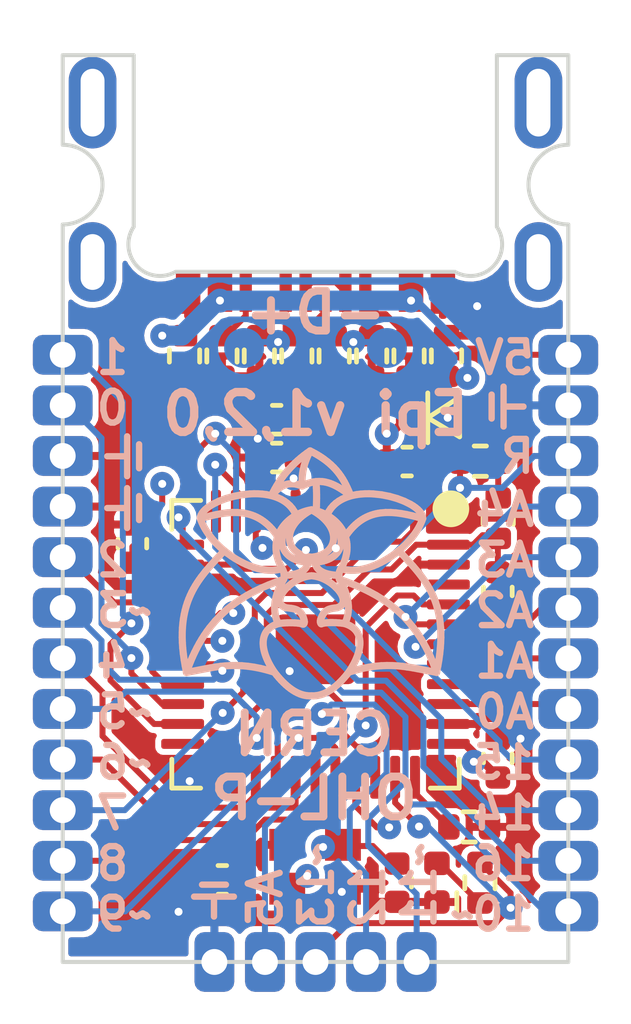
<source format=kicad_pcb>
(kicad_pcb (version 20211014) (generator pcbnew)
  (title_block (title "Epi") (date "2023-01-02") (rev "1,2,0") (company "Rasmus L."))
  (layers (0 "F.Cu" mixed) (1 "In1.Cu" signal) (2 "In2.Cu" signal) (31 "B.Cu" mixed) (34 "B.Paste" user) (35 "F.Paste" user) (36 "B.SilkS" user "B.Silkscreen") (37 "F.SilkS" user "F.Silkscreen") (38 "B.Mask" user) (39 "F.Mask" user) (44 "Edge.Cuts" user))
  (net 0 "")
  (net 1 "+5V")
  (net 2 "GND")
  (net 3 "Net-(C2-Pad2)")
  (net 4 "Net-(C8-Pad2)")
  (net 5 "RST")
  (net 6 "D1{slash}TX")
  (net 7 "D0{slash}RX")
  (net 8 "A4")
  (net 9 "Net-(C5-Pad2)")
  (net 10 "Net-(C6-Pad2)")
  (net 11 "Net-(J4-PadA5)")
  (net 12 "Net-(J4-PadA6)")
  (net 13 "Net-(J4-PadA7)")
  (net 14 "Net-(J4-PadB5)")
  (net 16 "D+")
  (net 17 "D-")
  (net 18 "D7")
  (net 19 "D15{slash}SCK")
  (net 20 "D16{slash}MOSI")
  (net 21 "D14{slash}MISO")
  (net 22 "D3{slash}SCL")
  (net 23 "D2{slash}SDA")
  (net 25 "D4")
  (net 26 "D6")
  (net 27 "D8")
  (net 28 "D9")
  (net 29 "D5")
  (net 30 "D10")
  (net 31 "Net-(R7-Pad1)")
  (net 32 "A0")
  (net 33 "A1")
  (net 34 "A2")
  (net 35 "A3")
  (net 36 "A5")
  (net 38 "Net-(D1-Pad2)")
  (net 40 "D11")
  (net 41 "D12")
  (net 42 "D13")
  (net 43 "Net-(FB1-Pad1)")
  (net 44 "Net-(D2-Pad2)")
  (net 45 "Net-(F1-Pad1)")
  (footprint "Capacitor_SMD:C_0402_1005Metric" (layer "F.Cu") (at 103.365 60.55)
    (fp_text reference "C8" hide)
    (fp_text value "1µF" hide)
  )
  (footprint "Capacitor_SMD:C_0402_1005Metric" (layer "F.Cu") (at 99.74 63.66 -90)
    (fp_text reference "C9" hide)
    (fp_text value "100nF" hide)
  )
  (footprint "Resistor_SMD:R_0402_1005Metric" (layer "F.Cu") (at 105.75 58.95 -90)
    (fp_text reference "RV1" hide)
    (fp_text value "ESD protection varistor" hide)
  )
  (footprint "Crystal:Crystal_SMD_2016-4Pin_2.0x1.6mm" (layer "F.Cu") (at 104.33 71.77)
    (fp_text reference "Y1" hide)
    (fp_text value "Crystal_GND24" hide)
  )
  (footprint "Resistor_SMD:R_0402_1005Metric" (layer "F.Cu") (at 101.99 58.95 90)
    (fp_text reference "R4" hide)
    (fp_text value "5,1kΩ" hide)
  )
  (footprint "Package_DFN_QFN:QFN-44-1EP_7x7mm_P0.5mm_EP5.2x5.2mm" (layer "F.Cu") (at 104.34 66.1865 -90)
    (fp_text reference "U1" hide)
    (fp_text value "ATmega32U4-M" hide)
  )
  (footprint "LED_SMD:LED_0402_1005Metric" (layer "F.Cu") (at 107.39 72.17 90)
    (fp_text reference "D1" hide)
    (fp_text value "LED" hide)
  )
  (footprint "Resistor_SMD:R_0402_1005Metric" (layer "F.Cu") (at 104.81 58.95 -90)
    (fp_text reference "R2" hide)
    (fp_text value "22Ω" hide)
  )
  (footprint "Resistor_SMD:R_0402_1005Metric" (layer "F.Cu") (at 108.48 61.59 180)
    (fp_text reference "R6" hide)
    (fp_text value "10kΩ" hide)
  )
  (footprint "Resistor_SMD:R_0402_1005Metric" (layer "F.Cu") (at 108.2 70.77)
    (fp_text reference "R7" hide)
    (fp_text value "10kΩ" hide)
  )
  (footprint "Resistor_SMD:R_0402_1005Metric" (layer "F.Cu") (at 101.05 58.95 90)
    (fp_text reference "RV3" hide)
    (fp_text value "ESD protection varistor")
  )
  (footprint "Resistor_SMD:R_0402_1005Metric" (layer "F.Cu") (at 103.87 58.95 -90)
    (fp_text reference "R1" hide)
    (fp_text value "22Ω" hide)
  )
  (footprint "Resistor_SMD:R_0402_1005Metric" (layer "F.Cu") (at 102.93 58.95 -90)
    (fp_text reference "RV2" hide)
    (fp_text value "ESD protection varistor" hide)
  )
  (footprint "Capacitor_SMD:C_0402_1005Metric" (layer "F.Cu") (at 102 72.1)
    (fp_text reference "C6" hide)
    (fp_text value "22pF" hide)
  )
  (footprint "Connector_PinHeader_1.27mm:PinHeader_1x12_P1.27mm_Vertical" (layer "F.Cu") (at 97.99 58.92)
    (fp_text reference "J1" hide)
    (fp_text value "Connector 1x12" hide)
  )
  (footprint "Connector_PinHeader_1.27mm:PinHeader_1x05_P1.27mm_Vertical" (layer "F.Cu") (at 106.88 74.16 -90)
    (fp_text reference "J3" hide)
    (fp_text value "Conn_01x05" hide)
  )
  (footprint "Capacitor_SMD:C_0402_1005Metric" (layer "F.Cu") (at 103.365 61.5 180)
    (fp_text reference "C4" hide)
    (fp_text value "100nF" hide)
  )
  (footprint "Capacitor_SMD:C_0402_1005Metric" (layer "F.Cu") (at 108.92 64.86 90)
    (fp_text reference "C2" hide)
    (fp_text value "100nF" hide)
  )
  (footprint "Resistor_SMD:R_0402_1005Metric" (layer "F.Cu") (at 108.93 63.02 -90)
    (fp_text reference "R9" hide)
    (fp_text value "22Ω" hide)
  )
  (footprint "Resistor_SMD:R_0402_1005Metric" (layer "F.Cu") (at 108.47 72.17 -90)
    (fp_text reference "R8" hide)
    (fp_text value "1kΩ" hide)
  )
  (footprint "Resistor_SMD:R_0402_1005Metric" (layer "F.Cu") (at 107.63 58.95 90)
    (fp_text reference "FB1" hide)
    (fp_text value "Ferrite" hide)
  )
  (footprint "USB-C-Connectors-master:USB-C MC-314C-4P16" (layer "F.Cu") (at 104.34 53.3415 180)
    (fp_text reference "J4" hide)
    (fp_text value "USB-C 2.0 mid-mount female connector" hide)
  )
  (footprint "Capacitor_SMD:C_0402_1005Metric" (layer "F.Cu") (at 108.92 69.05 -90)
    (fp_text reference "C3" hide)
    (fp_text value "100nF" hide)
  )
  (footprint "Capacitor_SMD:C_0402_1005Metric" (layer "F.Cu") (at 106.39 72.17 90)
    (fp_text reference "C5" hide)
    (fp_text value "22pF" hide)
  )
  (footprint "Capacitor_SMD:C_0402_1005Metric" (layer "F.Cu") (at 106.64 61.6)
    (fp_text reference "C10" hide)
    (fp_text value "100nF" hide)
  )
  (footprint "Resistor_SMD:R_0402_1005Metric" (layer "F.Cu") (at 106.69 58.95 -90)
    (fp_text reference "R5" hide)
    (fp_text value "5,1kΩ" hide)
  )
  (footprint "Fuse:Fuse_0402_1005Metric" (layer "F.Cu") (at 108.925 58.95 -90)
    (fp_text reference "F1" hide)
    (fp_text value "Polyfuse 500mA HC" hide)
  )
  (footprint "DIY:SOD323_bättre" (layer "F.Cu") (at 107.71 60.48)
    (fp_text reference "D2" hide)
    (fp_text value "D_Schottky")
  )
  (footprint "Connector_PinHeader_1.27mm:PinHeader_1x12_P1.27mm_Vertical" (layer "F.Cu") (at 110.69 58.92)
    (fp_text reference "J2" hide)
    (fp_text value "Connector 1x12" hide)
  )
  (footprint "TestPoint:TestPoint_Pad_D1.0mm" (layer "B.Cu") (at 106.135 58.75 180)
    (fp_text reference "TP2" hide)
    (fp_text value "TestPoint" hide)
  )
  (footprint "TestPoint:TestPoint_Pad_D1.0mm" (layer "B.Cu") (at 102.545 58.75 180)
    (fp_text reference "TP1" hide)
    (fp_text value "TestPoint" hide)
  )
  (gr_line (start 104.009867 64.109203) (end 103.944286 64.095833) (layer "B.SilkS") (width 0.18))
  (gr_line (start 104.957738 64.326426) (end 104.953222 64.336999) (layer "B.SilkS") (width 0.18))
  (gr_line (start 103.369457 65.58944) (end 103.384657 65.629065) (layer "B.SilkS") (width 0.18))
  (gr_line (start 103.937252 65.660467) (end 103.971264 65.666583) (layer "B.SilkS") (width 0.18))
  (gr_line (start 103.634115 63.108429) (end 103.602116 63.140361) (layer "B.SilkS") (width 0.18))
  (gr_line (start 104.362713 62.264942) (end 104.365767 62.346034) (layer "B.SilkS") (width 0.18))
  (gr_line (start 103.080832 65.911171) (end 103.064803 65.944865) (layer "B.SilkS") (width 0.18))
  (gr_line (start 107.28822 64.963363) (end 107.325071 65.050554) (layer "B.SilkS") (width 0.18))
  (gr_line (start 103.808007 63.818822) (end 103.841414 63.850176) (layer "B.SilkS") (width 0.18))
  (gr_line (start 103.126517 66.833705) (end 103.306407 66.887564) (layer "B.SilkS") (width 0.18))
  (gr_line (start 104.026125 62.203047) (end 104.002648 62.214941) (layer "B.SilkS") (width 0.18))
  (gr_line (start 104.46498 65.636147) (end 104.466959 65.644197) (layer "B.SilkS") (width 0.18))
  (gr_line (start 103.027837 66.217823) (end 103.03283 66.261326) (layer "B.SilkS") (width 0.18))
  (gr_line (start 105.037252 65.092853) (end 105.034753 65.121721) (layer "B.SilkS") (width 0.18))
  (gr_line (start 104.646015 65.64426) (end 104.608249 65.647461) (layer "B.SilkS") (width 0.18))
  (gr_line (start 106.622763 62.928568) (end 106.489375 62.904527) (layer "B.SilkS") (width 0.18))
  (gr_line (start 107.488114 65.888928) (end 107.488936 66.014815) (layer "B.SilkS") (width 0.18))
  (gr_line (start 101.274571 64.798262) (end 101.231977 64.879408) (layer "B.SilkS") (width 0.18))
  (gr_line (start 103.969504 62.201645) (end 104.002648 62.214941) (layer "B.SilkS") (width 0.18))
  (gr_line (start 103.273776 65.721647) (end 103.237285 65.743297) (layer "B.SilkS") (width 0.18))
  (gr_line (start 105.095247 64.014922) (end 105.078557 64.067782) (layer "B.SilkS") (width 0.18))
  (gr_line (start 104.095185 62.171584) (end 104.07239 62.181379) (layer "B.SilkS") (width 0.18))
  (gr_line (start 104.470495 64.109084) (end 104.536077 64.095714) (layer "B.SilkS") (width 0.18))
  (gr_line (start 105.060934 64.792219) (end 105.08682 64.856758) (layer "B.SilkS") (width 0.18))
  (gr_line (start 103.099665 65.879) (end 103.080832 65.911171) (layer "B.SilkS") (width 0.18))
  (gr_line (start 101.468513 64.498096) (end 101.416904 64.56994) (layer "B.SilkS") (width 0.18))
  (gr_line (start 103.5127 64.30557) (end 103.517807 64.316024) (layer "B.SilkS") (width 0.18))
  (gr_line (start 103.306371 66.887472) (end 103.363711 66.959321) (layer "B.SilkS") (width 0.18))
  (gr_line (start 103.573036 63.854894) (end 103.5475 63.811587) (layer "B.SilkS") (width 0.18))
  (gr_line (start 101.447136 63.030923) (end 101.585522 62.992958) (layer "B.SilkS") (width 0.18))
  (gr_line (start 103.973386 65.402758) (end 103.985414 65.418458) (layer "B.SilkS") (width 0.18))
  (gr_line (start 103.466372 63.319044) (end 103.444617 63.35834) (layer "B.SilkS") (width 0.18))
  (gr_line (start 104.025888 61.831851) (end 104.016351 61.890036) (layer "B.SilkS") (width 0.18))
  (gr_line (start 101.099387 66.892965) (end 101.579951 66.799643) (layer "B.SilkS") (width 0.18))
  (gr_line (start 104.932861 63.811469) (end 104.953382 63.766022) (layer "B.SilkS") (width 0.18))
  (gr_line (start 104.943859 67.149014) (end 104.885999 67.203394) (layer "B.SilkS") (width 0.18))
  (gr_line (start 103.702339 63.048648) (end 103.667548 63.077846) (layer "B.SilkS") (width 0.18))
  (gr_line (start 106.905967 63.302804) (end 106.872893 63.355694) (layer "B.SilkS") (width 0.18))
  (gr_line (start 104.240222 62.811343) (end 104.255125 62.813804) (layer "B.SilkS") (width 0.18))
  (gr_line (start 101.099387 66.893039) (end 101.146916 66.759116) (layer "B.SilkS") (width 0.18))
  (gr_line (start 103.401892 65.668869) (end 103.35604 65.684367) (layer "B.SilkS") (width 0.18))
  (gr_line (start 103.341162 64.322814) (end 103.382732 64.316412) (layer "B.SilkS") (width 0.18))
  (gr_line (start 104.962555 64.315914) (end 104.957738 64.326426) (layer "B.SilkS") (width 0.18))
  (gr_line (start 103.636957 65.646975) (end 103.727875 65.646) (layer "B.SilkS") (width 0.18))
  (gr_line (start 101.819998 65.604341) (end 101.968125 65.448942) (layer "B.SilkS") (width 0.18))
  (gr_line (start 104.00889 61.950297) (end 104.003648 62.012777) (layer "B.SilkS") (width 0.18))
  (gr_line (start 104.135604 64.197895) (end 104.143135 64.174101) (layer "B.SilkS") (width 0.18))
  (gr_line (start 105.506996 63.057369) (end 105.451666 63.094978) (layer "B.SilkS") (width 0.18))
  (gr_line (start 104.352558 62.10375) (end 104.352558 62.10375) (layer "B.SilkS") (width 0.18))
  (gr_line (start 104.930978 64.412902) (end 104.929274 64.424042) (layer "B.SilkS") (width 0.18))
  (gr_line (start 104.045669 65.669666) (end 104.041805 65.67376) (layer "B.SilkS") (width 0.18))
  (gr_line (start 106.987305 62.892347) (end 107.013298 62.938602) (layer "B.SilkS") (width 0.18))
  (gr_line (start 104.354037 64.220176) (end 104.344759 64.197774) (layer "B.SilkS") (width 0.18))
  (gr_line (start 104.972134 64.611356) (end 105.003075 64.669402) (layer "B.SilkS") (width 0.18))
  (gr_line (start 104.828003 67.25318) (end 104.76987 67.298283) (layer "B.SilkS") (width 0.18))
  (gr_line (start 105.795445 62.926683) (end 105.736247 62.945648) (layer "B.SilkS") (width 0.18))
  (gr_line (start 103.385087 64.015018) (end 103.401777 64.067877) (layer "B.SilkS") (width 0.18))
  (gr_line (start 104.927091 64.481777) (end 104.92804 64.493836) (layer "B.SilkS") (width 0.18))
  (gr_line (start 104.031315 65.680756) (end 104.028844 65.68173) (layer "B.SilkS") (width 0.18))
  (gr_line (start 103.46304 64.297508) (end 103.501657 64.28493) (layer "B.SilkS") (width 0.18))
  (gr_line (start 103.356229 65.550008) (end 103.369457 65.58944) (layer "B.SilkS") (width 0.18))
  (gr_line (start 103.471536 64.229837) (end 103.501621 64.284829) (layer "B.SilkS") (width 0.18))
  (gr_line (start 104.240204 62.811343) (end 104.240204 62.811343) (layer "B.SilkS") (width 0.18))
  (gr_line (start 103.878626 63.879114) (end 103.919579 63.90547) (layer "B.SilkS") (width 0.18))
  (gr_line (start 104.672355 63.818712) (end 104.638949 63.850066) (layer "B.SilkS") (width 0.18))
  (gr_line (start 104.509591 65.468581) (end 104.499598 65.488832) (layer "B.SilkS") (width 0.18))
  (gr_line (start 104.577456 64.562477) (end 104.622486 64.586404) (layer "B.SilkS") (width 0.18))
  (gr_line (start 104.93839 64.379945) (end 104.935547 64.390855) (layer "B.SilkS") (width 0.18))
  (gr_line (start 104.926623 64.469817) (end 104.927091 64.481777) (layer "B.SilkS") (width 0.18))
  (gr_line (start 104.947129 63.407887) (end 104.923465 63.353857) (layer "B.SilkS") (width 0.18))
  (gr_line (start 107.389028 65.235278) (end 107.415722 65.333277) (layer "B.SilkS") (width 0.18))
  (gr_line (start 102.982542 64.305898) (end 103.075696 64.320947) (layer "B.SilkS") (width 0.18))
  (gr_line (start 105.440093 66.305663) (end 105.430239 66.35096) (layer "B.SilkS") (width 0.18))
  (gr_line (start 105.035415 64.175229) (end 105.008802 64.229744) (layer "B.SilkS") (width 0.18))
  (gr_line (start 104.973048 64.295063) (end 104.967663 64.30546) (layer "B.SilkS") (width 0.18))
  (gr_line (start 104.5414 65.41607) (end 104.530502 65.432256) (layer "B.SilkS") (width 0.18))
  (gr_line (start 104.926593 64.457956) (end 104.84685 64.452762) (layer "B.SilkS") (width 0.18))
  (gr_line (start 103.443121 65.092952) (end 103.445617 65.121821) (layer "B.SilkS") (width 0.18))
  (gr_line (start 106.894855 62.992857) (end 106.757976 62.958392) (layer "B.SilkS") (width 0.18))
  (gr_line (start 105.07847 65.668768) (end 105.07847 65.668768) (layer "B.SilkS") (width 0.18))
  (gr_line (start 105.40468 64.320855) (end 105.313537 64.328895) (layer "B.SilkS") (width 0.18))
  (gr_line (start 104.465983 65.583186) (end 104.464809 65.590554) (layer "B.SilkS") (width 0.18))
  (gr_line (start 104.302197 63.992613) (end 104.240172 64) (layer "B.SilkS") (width 0.18))
  (gr_line (start 103.033155 66.054424) (end 103.027953 66.093549) (layer "B.SilkS") (width 0.18))
  (gr_line (start 103.829502 63.037974) (end 103.897762 62.988886) (layer "B.SilkS") (width 0.18))
  (gr_line (start 101.319727 64.719791) (end 101.274571 64.798262) (layer "B.SilkS") (width 0.18))
  (gr_line (start 105.476992 62.415897) (end 105.579297 62.409012) (layer "B.SilkS") (width 0.18))
  (gr_line (start 104.641421 61.606991) (end 104.72473 61.678359) (layer "B.SilkS") (width 0.18))
  (gr_line (start 107.011859 64.498) (end 107.063468 64.569844) (layer "B.SilkS") (width 0.18))
  (gr_line (start 103.203836 65.766864) (end 103.173388 65.792284) (layer "B.SilkS") (width 0.18))
  (gr_line (start 104.708384 64.030903) (end 104.757297 64.001855) (layer "B.SilkS") (width 0.18))
  (gr_line (start 105.128448 63.664409) (end 105.132102 63.712139) (layer "B.SilkS") (width 0.18))
  (gr_line (start 105.45253 66.217726) (end 105.447537 66.26123) (layer "B.SilkS") (width 0.18))
  (gr_line (start 104.044266 64.504489) (end 103.996325 64.52136) (layer "B.SilkS") (width 0.18))
  (gr_line (start 104.937595 63.208043) (end 104.964821 63.243815) (layer "B.SilkS") (width 0.18))
  (gr_line (start 104.59766 64.078069) (end 104.655134 64.056386) (layer "B.SilkS") (width 0.18))
  (gr_line (start 105.059183 67.026837) (end 105.001587 67.090132) (layer "B.SilkS") (width 0.18))
  (gr_line (start 103.557588 62.192329) (end 103.580831 62.183541) (layer "B.SilkS") (width 0.18))
  (gr_line (start 103.89875 62.922201) (end 103.875991 62.934055) (layer "B.SilkS") (width 0.18))
  (gr_line (start 102.408338 64.085573) (end 102.503449 64.136242) (layer "B.SilkS") (width 0.18))
  (gr_line (start 104.091706 67.471155) (end 104.121299 67.47538) (layer "B.SilkS") (width 0.18))
  (gr_line (start 104.463619 65.626836) (end 104.46498 65.636147) (layer "B.SilkS") (width 0.18))
  (gr_line (start 106.936644 63.249326) (end 106.905967 63.302804) (layer "B.SilkS") (width 0.18))
  (gr_line (start 104.017619 65.473908) (end 104.026935 65.495382) (layer "B.SilkS") (width 0.18))
  (gr_line (start 105.017332 64.297417) (end 104.978714 64.284839) (layer "B.SilkS") (width 0.18))
  (gr_line (start 101.543731 63.249414) (end 101.574409 63.302891) (layer "B.SilkS") (width 0.18))
  (gr_line (start 103.825229 64.056505) (end 103.771979 64.031021) (layer "B.SilkS") (width 0.18))
  (gr_line (start 103.841414 63.850176) (end 103.878626 63.879114) (layer "B.SilkS") (width 0.18))
  (gr_line (start 103.503547 63.5151) (end 103.515487 63.461792) (layer "B.SilkS") (width 0.18))
  (gr_line (start 101.690284 64.225849) (end 101.576743 64.359412) (layer "B.SilkS") (width 0.18))
  (gr_line (start 102.222677 63.96995) (end 102.314587 64.03004) (layer "B.SilkS") (width 0.18))
  (gr_line (start 105.880936 64.181648) (end 105.784551 64.221669) (layer "B.SilkS") (width 0.18))
  (gr_line (start 104.476841 62.100778) (end 104.44638 62.099646) (layer "B.SilkS") (width 0.18))
  (gr_line (start 104.841662 63.934019) (end 104.876888 63.895705) (layer "B.SilkS") (width 0.18))
  (gr_line (start 104.671238 62.858095) (end 104.724205 62.778725) (layer "B.SilkS") (width 0.18))
  (gr_line (start 104.927084 64.446566) (end 104.926621 64.457956) (layer "B.SilkS") (width 0.18))
  (gr_line (start 106.133579 66.718982) (end 105.991209 66.724369) (layer "B.SilkS") (width 0.18))
  (gr_line (start 107.415722 65.333277) (end 107.438618 65.435343) (layer "B.SilkS") (width 0.18))
  (gr_line (start 104.983728 63.61921) (end 104.983061 63.567574) (layer "B.SilkS") (width 0.18))
  (gr_line (start 104.05716 64.31296) (end 104.073705 64.296864) (layer "B.SilkS") (width 0.18))
  (gr_line (start 104.290851 62.1126) (end 104.269911 62.116692) (layer "B.SilkS") (width 0.18))
  (gr_line (start 103.949171 64.540789) (end 103.902986 64.562569) (layer "B.SilkS") (width 0.18))
  (gr_line (start 104.471572 65.558621) (end 104.471572 65.558621) (layer "B.SilkS") (width 0.18))
  (gr_line (start 105.290756 63.233317) (end 105.238878 63.28841) (layer "B.SilkS") (width 0.18))
  (gr_line (start 102.74413 62.945748) (end 102.802593 62.968157) (layer "B.SilkS") (width 0.18))
  (gr_line (start 104.389371 61.43309) (end 104.445167 61.467234) (layer "B.SilkS") (width 0.18))
  (gr_line (start 104.336433 62.852388) (end 104.240204 62.811343) (layer "B.SilkS") (width 0.18))
  (gr_line (start 104.953222 64.336999) (end 104.949017 64.347636) (layer "B.SilkS") (width 0.18))
  (gr_line (start 105.124322 65.684267) (end 105.167015 65.701882) (layer "B.SilkS") (width 0.18))
  (gr_line (start 103.490029 63.280888) (end 103.466372 63.319044) (layer "B.SilkS") (width 0.18))
  (gr_line (start 103.859395 65.318261) (end 103.875015 65.32541) (layer "B.SilkS") (width 0.18))
  (gr_line (start 106.790088 64.225752) (end 106.903629 64.359315) (layer "B.SilkS") (width 0.18))
  (gr_line (start 103.173388 65.792284) (end 103.145904 65.819491) (layer "B.SilkS") (width 0.18))
  (gr_line (start 105.027814 65.149025) (end 105.016252 65.174558) (layer "B.SilkS") (width 0.18))
  (gr_line (start 104.933072 64.40184) (end 104.930978 64.412902) (layer "B.SilkS") (width 0.18))
  (gr_line (start 107.475278 66.283204) (end 107.460386 66.426171) (layer "B.SilkS") (width 0.18))
  (gr_line (start 104.240204 62.811343) (end 104.312343 62.852588) (layer "B.SilkS") (width 0.18))
  (gr_line (start 105.003075 64.669402) (end 105.032847 64.729728) (layer "B.SilkS") (width 0.18))
  (gr_line (start 104.463031 65.616186) (end 104.463218 65.621683) (layer "B.SilkS") (width 0.18))
  (gr_line (start 103.827358 65.306264) (end 103.859395 65.318261) (layer "B.SilkS") (width 0.18))
  (gr_line (start 106.964817 63.19533) (end 106.936644 63.249326) (layer "B.SilkS") (width 0.18))
  (gr_line (start 106.489375 62.904527) (end 106.35797 62.88741) (layer "B.SilkS") (width 0.18))
  (gr_line (start 107.413448 66.73081) (end 107.380989 66.892947) (layer "B.SilkS") (width 0.18))
  (gr_line (start 101.36724 64.643761) (end 101.319727 64.719791) (layer "B.SilkS") (width 0.18))
  (gr_line (start 103.622432 63.246132) (end 103.66453 63.192796) (layer "B.SilkS") (width 0.18))
  (gr_line (start 102.798436 64.861961) (end 102.978882 64.775043) (layer "B.SilkS") (width 0.18))
  (gr_line (start 104.447588 67.458598) (end 104.418068 67.465492) (layer "B.SilkS") (width 0.18))
  (gr_line (start 103.076911 66.443977) (end 103.093762 66.49147) (layer "B.SilkS") (width 0.18))
  (gr_line (start 103.401892 65.668869) (end 103.401892 65.668869) (layer "B.SilkS") (width 0.18))
  (gr_line (start 103.931879 63.029931) (end 103.885621 63.076475) (layer "B.SilkS") (width 0.18))
  (gr_line (start 104.931442 64.518262) (end 104.933927 64.530634) (layer "B.SilkS") (width 0.18))
  (gr_line (start 104.358914 67.475282) (end 104.329279 67.478156) (layer "B.SilkS") (width 0.18))
  (gr_line (start 104.415521 62.099736) (end 104.384252 62.10109) (layer "B.SilkS") (width 0.18))
  (gr_line (start 103.027953 66.093549) (end 103.025359 66.133869) (layer "B.SilkS") (width 0.18))
  (gr_line (start 103.444882 65.062725) (end 103.443121 65.092952) (layer "B.SilkS") (width 0.18))
  (gr_line (start 103.322353 65.133184) (end 103.315226 65.206228) (layer "B.SilkS") (width 0.18))
  (gr_line (start 105.855356 62.911019) (end 105.795445 62.926683) (layer "B.SilkS") (width 0.18))
  (gr_line (start 106.760372 63.510157) (end 106.718791 63.560013) (layer "B.SilkS") (width 0.18))
  (gr_line (start 106.198129 62.47374) (end 106.390583 62.528345) (layer "B.SilkS") (width 0.18))
  (gr_line (start 103.121342 65.848418) (end 103.099665 65.879) (layer "B.SilkS") (width 0.18))
  (gr_line (start 103.423379 64.30799) (end 103.46304 64.297508) (layer "B.SilkS") (width 0.18))
  (gr_line (start 104.248779 62.121375) (end 104.227451 62.126657) (layer "B.SilkS") (width 0.18))
  (gr_line (start 104.039455 64.327924) (end 104.05716 64.31296) (layer "B.SilkS") (width 0.18))
  (gr_line (start 105.977241 62.889022) (end 105.915961 62.898513) (layer "B.SilkS") (width 0.18))
  (gr_line (start 101.420616 66.16589) (end 101.482122 66.061582) (layer "B.SilkS") (width 0.18))
  (gr_line (start 105.116651 66.95922) (end 105.059183 67.026837) (layer "B.SilkS") (width 0.18))
  (gr_line (start 103.040273 66.30576) (end 103.050128 66.351056) (layer "B.SilkS") (width 0.18))
  (gr_line (start 100.997909 65.768365) (end 100.99226 65.889023) (layer "B.SilkS") (width 0.18))
  (gr_line (start 101.79 72.52) (end 102.29 72.52) (layer "B.SilkS") (width 0.16))
  (gr_line (start 105.119263 63.911112) (end 105.108788 63.962687) (layer "B.SilkS") (width 0.18))
  (gr_line (start 104.08959 62.845853) (end 104.065009 62.853543) (layer "B.SilkS") (width 0.18))
  (gr_line (start 105.056995 64.307898) (end 105.017332 64.297417) (layer "B.SilkS") (width 0.18))
  (gr_line (start 104.756015 64.442583) (end 104.70839 64.43476) (layer "B.SilkS") (width 0.18))
  (gr_line (start 103.996325 64.52136) (end 103.949171 64.540789) (layer "B.SilkS") (width 0.18))
  (gr_line (start 103.62724 62.645659) (end 103.552591 62.591258) (layer "B.SilkS") (width 0.18))
  (gr_line (start 101.679032 65.774915) (end 101.819998 65.604341) (layer "B.SilkS") (width 0.18))
  (gr_line (start 100.991438 66.01491) (end 100.995648 66.146258) (layer "B.SilkS") (width 0.18))
  (gr_line (start 104.812782 63.077754) (end 104.846216 63.108337) (layer "B.SilkS") (width 0.18))
  (gr_line (start 103.538772 64.369215) (end 103.541973 64.380053) (layer "B.SilkS") (width 0.18))
  (gr_line (start 104.72749 63.749415) (end 104.701891 63.785106) (layer "B.SilkS") (width 0.18))
  (gr_line (start 107.488936 66.014815) (end 107.484726 66.146163) (layer "B.SilkS") (width 0.18))
  (gr_line (start 105.078557 64.067782) (end 105.05864 64.12123) (layer "B.SilkS") (width 0.18))
  (gr_line (start 103.522625 64.326536) (end 103.527141 64.337109) (layer "B.SilkS") (width 0.18))
  (gr_line (start 107.113132 64.643664) (end 107.160645 64.719694) (layer "B.SilkS") (width 0.18))
  (gr_line (start 103.46071 62.06006) (end 103.513874 61.986319) (layer "B.SilkS") (width 0.18))
  (gr_line (start 105.095706 65.628964) (end 105.07847 65.668768) (layer "B.SilkS") (width 0.18))
  (gr_line (start 105.563138 63.023774) (end 105.506996 63.057369) (layer "B.SilkS") (width 0.18))
  (gr_line (start 103.539821 64.555807) (end 103.539821 64.555807) (layer "B.SilkS") (width 0.18))
  (gr_line (start 104.846216 63.108337) (end 104.878214 63.140269) (layer "B.SilkS") (width 0.18))
  (gr_line (start 104.07239 62.181379) (end 104.049371 62.191863) (layer "B.SilkS") (width 0.18))
  (gr_line (start 103.511585 63.71879) (end 103.501432 63.669773) (layer "B.SilkS") (width 0.18))
  (gr_line (start 101.574409 63.302891) (end 101.607483 63.355782) (layer "B.SilkS") (width 0.18))
  (gr_line (start 99.109048 62.767) (end 99.609048 62.767) (layer "B.SilkS") (width 0.16))
  (gr_line (start 104.65204 62.130829) (end 104.594989 62.116664) (layer "B.SilkS") (width 0.18))
  (gr_line (start 104.367363 62.430127) (end 104.367464 62.519221) (layer "B.SilkS") (width 0.18))
  (gr_line (start 101.585522 62.992958) (end 101.722401 62.958493) (layer "B.SilkS") (width 0.18))
  (gr_line (start 104.712409 63.088366) (end 104.650859 63.037861) (layer "B.SilkS") (width 0.18))
  (gr_line (start 103.94432 67.430151) (end 103.973721 67.440964) (layer "B.SilkS") (width 0.18))
  (gr_line (start 104.114339 62.838712) (end 104.08959 62.845853) (layer "B.SilkS") (width 0.18))
  (gr_line (start 101.611393 65.866229) (end 101.679032 65.774915) (layer "B.SilkS") (width 0.18))
  (gr_line (start 104.337227 64.173981) (end 104.331539 64.148754) (layer "B.SilkS") (width 0.18))
  (gr_line (start 102.503449 64.136242) (end 102.599438 64.18174) (layer "B.SilkS") (width 0.18))
  (gr_line (start 104.933927 64.530634) (end 104.936955 64.543115) (layer "B.SilkS") (width 0.18))
  (gr_line (start 104.00316 67.450483) (end 104.032637 67.458695) (layer "B.SilkS") (width 0.18))
  (gr_line (start 104.500012 64.36632) (end 104.47941 64.354495) (layer "B.SilkS") (width 0.18))
  (gr_line (start 106.872893 63.355694) (end 106.837531 63.407929) (layer "B.SilkS") (width 0.18))
  (gr_line (start 104.358399 62.836548) (end 104.358399 62.836548) (layer "B.SilkS") (width 0.18))
  (gr_line (start 105.68754 66.759597) (end 105.524808 66.79129) (layer "B.SilkS") (width 0.18))
  (gr_line (start 103.501829 65.219594) (end 103.528352 65.238581) (layer "B.SilkS") (width 0.18))
  (gr_line (start 105.019939 64.998924) (end 105.029663 65.031248) (layer "B.SilkS") (width 0.18))
  (gr_line (start 104.622486 64.586404) (end 104.666182 64.612269) (layer "B.SilkS") (width 0.18))
  (gr_line (start 103.211024 66.736613) (end 103.240803 66.786717) (layer "B.SilkS") (width 0.18))
  (gr_line (start 104.999886 65.198115) (end 104.978532 65.219489) (layer "B.SilkS") (width 0.18))
  (gr_line (start 104.499598 65.488832) (end 104.489924 65.510552) (layer "B.SilkS") (width 0.18))
  (gr_line (start 104.081968 61.617042) (end 104.065541 61.668338) (layer "B.SilkS") (width 0.18))
  (gr_line (start 103.66453 63.192796) (end 103.712999 63.140167) (layer "B.SilkS") (width 0.18))
  (gr_line (start 103.03283 66.261326) (end 103.040273 66.30576) (layer "B.SilkS") (width 0.18))
  (gr_line (start 102.503137 62.889123) (end 102.564417 62.898614) (layer "B.SilkS") (width 0.18))
  (gr_line (start 103.964207 63.929078) (end 104.012445 63.949773) (layer "B.SilkS") (width 0.18))
  (gr_line (start 105.497834 64.305806) (end 105.40468 64.320855) (layer "B.SilkS") (width 0.18))
  (gr_line (start 103.973721 67.440964) (end 104.00316 67.450483) (layer "B.SilkS") (width 0.18))
  (gr_line (start 103.99682 65.435508) (end 104.007568 65.45397) (layer "B.SilkS") (width 0.18))
  (gr_line (start 105.976924 64.13615) (end 105.880936 64.181648) (layer "B.SilkS") (width 0.18))
  (gr_line (start 103.54729 64.401947) (end 103.549385 64.413008) (layer "B.SilkS") (width 0.18))
  (gr_line (start 103.580831 62.183541) (end 103.604584 62.175889) (layer "B.SilkS") (width 0.18))
  (gr_line (start 103.028711 63.095078) (end 103.083207 63.136844) (layer "B.SilkS") (width 0.18))
  (gr_line (start 102.346795 66.719085) (end 102.489164 66.724471) (layer "B.SilkS") (width 0.18))
  (gr_line (start 104.587743 65.363185) (end 104.575763 65.37474) (layer "B.SilkS") (width 0.18))
  (gr_line (start 104.858246 64.763479) (end 104.890098 64.796654) (layer "B.SilkS") (width 0.18))
  (gr_line (start 103.515487 63.461792) (end 103.533232 63.408004) (layer "B.SilkS") (width 0.18))
  (gr_line (start 103.103702 62.428742) (end 103.003381 62.41599) (layer "B.SilkS") (width 0.18))
  (gr_line (start 104.143135 64.174101) (end 104.148823 64.148873) (layer "B.SilkS") (width 0.18))
  (gr_line (start 102.955564 66.791391) (end 103.126517 66.833705) (layer "B.SilkS") (width 0.18))
  (gr_line (start 103.13685 63.18291) (end 103.189621 63.233418) (layer "B.SilkS") (width 0.18))
  (gr_line (start 106.990379 63.140883) (end 106.964817 63.19533) (layer "B.SilkS") (width 0.18))
  (gr_line (start 103.310537 62.368874) (end 103.348417 62.332097) (layer "B.SilkS") (width 0.18))
  (gr_line (start 106.630163 63.656868) (end 106.583332 63.70373) (layer "B.SilkS") (width 0.18))
  (gr_line (start 106.072035 64.085482) (end 105.976924 64.13615) (layer "B.SilkS") (width 0.18))
  (gr_line (start 101.155301 65.05065) (end 101.12163 65.14121) (layer "B.SilkS") (width 0.18))
  (gr_line (start 102.046308 63.83732) (end 102.046308 63.83732) (layer "B.SilkS") (width 0.18))
  (gr_line (start 103.517807 64.316024) (end 103.522625 64.326536) (layer "B.SilkS") (width 0.18))
  (gr_line (start 103.306371 66.887472) (end 103.306371 66.887472) (layer "B.SilkS") (width 0.18))
  (gr_line (start 104.269892 67.479804) (end 104.24014 67.478555) (layer "B.SilkS") (width 0.18))
  (gr_line (start 103.550877 64.506101) (end 103.54892 64.518367) (layer "B.SilkS") (width 0.18))
  (gr_line (start 104.536077 64.095714) (end 104.59766 64.078069) (layer "B.SilkS") (width 0.18))
  (gr_line (start 101.607483 63.355782) (end 101.642845 63.408017) (layer "B.SilkS") (width 0.18))
  (gr_line (start 105.065306 62.11239) (end 105.102662 62.183472) (layer "B.SilkS") (width 0.18))
  (gr_line (start 109.06381 60.22) (end 109.06381 59.72) (layer "B.SilkS") (width 0.16))
  (gr_line (start 103.335428 65.471784) (end 103.344907 65.510785) (layer "B.SilkS") (width 0.18))
  (gr_line (start 104.463218 65.621683) (end 104.463619 65.626836) (layer "B.SilkS") (width 0.18))
  (gr_line (start 103.410391 62.135153) (end 103.46071 62.06006) (layer "B.SilkS") (width 0.18))
  (gr_line (start 107.438618 65.435343) (end 107.457511 65.541709) (layer "B.SilkS") (width 0.18))
  (gr_line (start 102.978882 64.775043) (end 103.162939 64.695776) (layer "B.SilkS") (width 0.18))
  (gr_line (start 105.073209 63.44012) (end 105.088793 63.482626) (layer "B.SilkS") (width 0.18))
  (gr_line (start 104.118783 61.518414) (end 104.099762 61.567115) (layer "B.SilkS") (width 0.18))
  (gr_line (start 103.685595 63.500855) (end 103.686206 63.545582) (layer "B.SilkS") (width 0.18))
  (gr_line (start 104.638051 65.326565) (end 104.625134 65.334393) (layer "B.SilkS") (width 0.18))
  (gr_line (start 103.820029 64.424797) (end 103.867735 64.412062) (layer "B.SilkS") (width 0.18))
  (gr_line (start 103.756167 62.778817) (end 103.695317 62.708077) (layer "B.SilkS") (width 0.18))
  (gr_line (start 104.189449 62.820639) (end 104.164282 62.826099) (layer "B.SilkS") (width 0.18))
  (gr_line (start 103.496633 63.619328) (end 103.4973 63.567691) (layer "B.SilkS") (width 0.18))
  (gr_line (start 103.526979 63.76614) (end 103.511585 63.71879) (layer "B.SilkS") (width 0.18))
  (gr_line (start 104.035478 65.518456) (end 104.043209 65.543192) (layer "B.SilkS") (width 0.18))
  (gr_line (start 102.08979 62.528435) (end 101.912984 62.595461) (layer "B.SilkS") (width 0.18))
  (gr_line (start 103.393543 64.856858) (end 103.370376 64.92333) (layer "B.SilkS") (width 0.18))
  (gr_line (start 104.650859 63.037861) (end 104.5826 62.988773) (layer "B.SilkS") (width 0.18))
  (gr_line (start 105.592519 64.284054) (end 105.497834 64.305806) (layer "B.SilkS") (width 0.18))
  (gr_line (start 104.000952 64.354628) (end 104.020686 64.341799) (layer "B.SilkS") (width 0.18))
  (gr_line (start 105.12221 63.617556) (end 105.128448 63.664409) (layer "B.SilkS") (width 0.18))
  (gr_line (start 103.371544 63.962782) (end 103.385087 64.015018) (layer "B.SilkS") (width 0.18))
  (gr_line (start 103.527141 64.337109) (end 103.531345 64.347745) (layer "B.SilkS") (width 0.18))
  (gr_line (start 104.148823 64.148873) (end 104.15257 64.122168) (layer "B.SilkS") (width 0.18))
  (gr_line (start 105.399533 65.911072) (end 105.415561 65.944766) (layer "B.SilkS") (width 0.18))
  (gr_line (start 103.958978 64.377323) (end 103.98035 64.366455) (layer "B.SilkS") (width 0.18))
  (gr_line (start 104.497181 62.984006) (end 104.548484 63.029821) (layer "B.SilkS") (width 0.18))
  (gr_line (start 104.506918 62.103088) (end 104.476841 62.100778) (layer "B.SilkS") (width 0.18))
  (gr_line (start 102.282245 62.473831) (end 102.08979 62.528435) (layer "B.SilkS") (width 0.18))
  (gr_line (start 103.237354 62.448172) (end 103.276398 62.368109) (layer "B.SilkS") (width 0.18))
  (gr_line (start 102.122408 62.887511) (end 102.251671 62.87846) (layer "B.SilkS") (width 0.18))
  (gr_line (start 103.551089 64.424147) (end 103.55239 64.435366) (layer "B.SilkS") (width 0.18))
  (gr_line (start 107.283441 66.630373) (end 107.230999 66.506858) (layer "B.SilkS") (width 0.18))
  (gr_line (start 104.40103 64.117941) (end 104.470495 64.109084) (layer "B.SilkS") (width 0.18))
  (gr_line (start 107.484726 66.146163) (end 107.475278 66.283204) (layer "B.SilkS") (width 0.18))
  (gr_line (start 99.609048 61.467) (end 99.609048 60.967) (layer "B.SilkS") (width 0.16))
  (gr_line (start 104.530502 65.432256) (end 104.519895 65.449741) (layer "B.SilkS") (width 0.18))
  (gr_line (start 107.230999 66.506858) (end 107.176195 66.388348) (layer "B.SilkS") (width 0.18))
  (gr_line (start 103.313402 65.280626) (end 103.31464 65.318297) (layer "B.SilkS") (width 0.18))
  (gr_line (start 105.787244 62.411619) (end 105.995268 62.434013) (layer "B.SilkS") (width 0.18))
  (gr_line (start 103.539821 64.555807) (end 103.508229 64.611457) (layer "B.SilkS") (width 0.18))
  (gr_line (start 101.722401 62.958493) (end 101.857615 62.928669) (layer "B.SilkS") (width 0.18))
  (gr_line (start 102.046308 63.837311) (end 101.80749 64.09555) (layer "B.SilkS") (width 0.18))
  (gr_line (start 104.882717 65.268454) (end 104.821979 65.276236) (layer "B.SilkS") (width 0.18))
  (gr_line (start 105.008346 62.54447) (end 105.094173 62.505179) (layer "B.SilkS") (width 0.18))
  (gr_line (start 105.035714 63.358249) (end 105.05549 63.39865) (layer "B.SilkS") (width 0.18))
  (gr_line (start 104.924559 61.895558) (end 104.97702 61.968195) (layer "B.SilkS") (width 0.18))
  (gr_line (start 104.711598 67.338612) (end 104.653184 67.374077) (layer "B.SilkS") (width 0.18))
  (gr_line (start 104.626808 62.946402) (end 104.671238 62.858095) (layer "B.SilkS") (width 0.18))
  (gr_line (start 104.802428 64.448468) (end 104.756015 64.442583) (layer "B.SilkS") (width 0.18))
  (gr_line (start 103.569893 61.913976) (end 103.628779 61.843073) (layer "B.SilkS") (width 0.18))
  (gr_line (start 104.459676 64.341667) (end 104.440908 64.327794) (layer "B.SilkS") (width 0.18))
  (gr_line (start 103.162939 64.695776) (end 103.3501 64.623087) (layer "B.SilkS") (width 0.18))
  (gr_line (start 104.03736 61.775601) (end 104.025888 61.831851) (layer "B.SilkS") (width 0.18))
  (gr_line (start 103.512543 62.213119) (end 103.534832 62.202204) (layer "B.SilkS") (width 0.18))
  (gr_line (start 104.952007 65.238474) (end 104.92013 65.254864) (layer "B.SilkS") (width 0.18))
  (gr_line (start 103.697618 63.408786) (end 103.689378 63.455201) (layer "B.SilkS") (width 0.18))
  (gr_line (start 106.347282 63.905516) (end 106.257695 63.969858) (layer "B.SilkS") (width 0.18))
  (gr_line (start 103.469191 65.65873) (end 103.549132 65.651327) (layer "B.SilkS") (width 0.18))
  (gr_line (start 106.390583 62.528345) (end 106.56739 62.595372) (layer "B.SilkS") (width 0.18))
  (gr_line (start 103.075696 64.320947) (end 103.166838 64.328987) (layer "B.SilkS") (width 0.18))
  (gr_line (start 104.882717 65.268454) (end 104.882717 65.268454) (layer "B.SilkS") (width 0.18))
  (gr_line (start 104.655134 64.056386) (end 104.708384 64.030903) (layer "B.SilkS") (width 0.18))
  (gr_line (start 105.306975 65.792185) (end 105.33446 65.819391) (layer "B.SilkS") (width 0.18))
  (gr_line (start 105.367501 66.539465) (end 105.346183 66.588091) (layer "B.SilkS") (width 0.18))
  (gr_line (start 103.351883 63.664501) (end 103.348229 63.712232) (layer "B.SilkS") (width 0.18))
  (gr_line (start 103.695317 62.708077) (end 103.62724 62.645659) (layer "B.SilkS") (width 0.18))
  (gr_line (start 104.741921 63.020778) (end 104.777991 63.048556) (layer "B.SilkS") (width 0.18))
  (gr_line (start 109.56381 60.22) (end 109.06381 60.22) (layer "B.SilkS") (width 0.16))
  (gr_line (start 101.493068 62.892437) (end 101.467074 62.938692) (layer "B.SilkS") (width 0.18))
  (gr_line (start 103.700346 63.631595) (end 103.713745 63.672549) (layer "B.SilkS") (width 0.18))
  (gr_line (start 104.653184 67.374077) (end 104.594626 67.404588) (layer "B.SilkS") (width 0.18))
  (gr_line (start 101.720005 63.510245) (end 101.761586 63.560102) (layer "B.SilkS") (width 0.18))
  (gr_line (start 107.063468 64.569844) (end 107.113132 64.643664) (layer "B.SilkS") (width 0.18))
  (gr_line (start 105.152637 65.43292) (end 105.144935 65.471683) (layer "B.SilkS") (width 0.18))
  (gr_line (start 105.023681 62.040551) (end 105.065306 62.11239) (layer "B.SilkS") (width 0.18))
  (gr_line (start 103.391538 63.482718) (end 103.378029 63.52672) (layer "B.SilkS") (width 0.18))
  (gr_line (start 101.80749 64.09555) (end 101.690284 64.225849) (layer "B.SilkS") (width 0.18))
  (gr_line (start 105.386604 66.491373) (end 105.367501 66.539465) (layer "B.SilkS") (width 0.18))
  (gr_line (start 103.358121 63.617648) (end 103.351883 63.664501) (layer "B.SilkS") (width 0.18))
  (gr_line (start 104.70789 62.148686) (end 104.65204 62.130829) (layer "B.SilkS") (width 0.18))
  (gr_line (start 105.088793 63.482626) (end 105.088793 63.482626) (layer "B.SilkS") (width 0.18))
  (gr_line (start 103.093762 66.49147) (end 103.112866 66.539562) (layer "B.SilkS") (width 0.18))
  (gr_line (start 102.625022 62.91112) (end 102.684933 62.926784) (layer "B.SilkS") (width 0.18))
  (gr_line (start 106.837531 63.407929) (end 106.799988 63.459439) (layer "B.SilkS") (width 0.18))
  (gr_line (start 104.054253 65.654436) (end 104.052758 65.658114) (layer "B.SilkS") (width 0.18))
  (gr_line (start 103.594329 67.203492) (end 103.652311 67.253278) (layer "B.SilkS") (width 0.18))
  (gr_line (start 105.102662 62.183472) (end 105.136512 62.253558) (layer "B.SilkS") (width 0.18))
  (gr_line (start 104.638949 63.850066) (end 104.601736 63.879004) (layer "B.SilkS") (width 0.18))
  (gr_line (start 104.792143 65.280245) (end 104.76276 65.284935) (layer "B.SilkS") (width 0.18))
  (gr_line (start 103.501432 63.669773) (end 103.496633 63.619328) (layer "B.SilkS") (width 0.18))
  (gr_line (start 103.817094 65.648726) (end 103.859568 65.651579) (layer "B.SilkS") (width 0.18))
  (gr_line (start 104.057678 65.641268) (end 104.056738 65.646028) (layer "B.SilkS") (width 0.18))
  (gr_line (start 103.590313 64.796747) (end 103.561069 64.83042) (layer "B.SilkS") (width 0.18))
  (gr_line (start 103.157675 66.637283) (end 103.183302 66.68678) (layer "B.SilkS") (width 0.18))
  (gr_line (start 104.311604 62.109086) (end 104.290851 62.1126) (layer "B.SilkS") (width 0.18))
  (gr_line (start 104.65118 65.319529) (end 104.638051 65.326565) (layer "B.SilkS") (width 0.18))
  (gr_line (start 104.240236 64.466708) (end 104.190977 64.471286) (layer "B.SilkS") (width 0.18))
  (gr_line (start 103.534622 64.864383) (end 103.511153 64.89843) (layer "B.SilkS") (width 0.18))
  (gr_line (start 104.000766 62.077616) (end 104.000385 62.144957) (layer "B.SilkS") (width 0.18))
  (gr_line (start 106.906547 62.801175) (end 106.951503 62.846436) (layer "B.SilkS") (width 0.18))
  (gr_line (start 104.227451 62.126657) (end 104.205925 62.132552) (layer "B.SilkS") (width 0.18))
  (gr_line (start 103.445617 65.121821) (end 103.452553 65.149126) (layer "B.SilkS") (width 0.18))
  (gr_line (start 104.519895 65.449741) (end 104.509591 65.468581) (layer "B.SilkS") (width 0.18))
  (gr_line (start 103.513874 61.986319) (end 103.569893 61.913976) (layer "B.SilkS") (width 0.18))
  (gr_line (start 102.283836 65.179372) (end 102.450406 65.06305) (layer "B.SilkS") (width 0.18))
  (gr_line (start 104.703892 63.218716) (end 104.730619 63.26652) (layer "B.SilkS") (width 0.18))
  (gr_line (start 104.052758 65.658114) (end 104.051128 65.66146) (layer "B.SilkS") (width 0.18))
  (gr_line (start 103.622169 64.763572) (end 103.590313 64.796747) (layer "B.SilkS") (width 0.18))
  (gr_line (start 104.967663 64.30546) (end 104.962555 64.315914) (layer "B.SilkS") (width 0.18))
  (gr_line (start 103.553739 64.469919) (end 103.553271 64.481879) (layer "B.SilkS") (width 0.18))
  (gr_line (start 104.785055 62.707984) (end 104.853132 62.645566) (layer "B.SilkS") (width 0.18))
  (gr_line (start 107.358742 65.141114) (end 107.389028 65.235278) (layer "B.SilkS") (width 0.18))
  (gr_line (start 104.9087 63.173517) (end 104.937595 63.208043) (layer "B.SilkS") (width 0.18))
  (gr_line (start 102.13309 63.905607) (end 102.222677 63.96995) (layer "B.SilkS") (width 0.18))
  (gr_line (start 103.899821 65.655479) (end 103.937252 65.660467) (layer "B.SilkS") (width 0.18))
  (gr_line (start 105.50149 64.774948) (end 105.317432 64.695682) (layer "B.SilkS") (width 0.18))
  (gr_line (start 104.560784 63.90536) (end 104.516156 63.928968) (layer "B.SilkS") (width 0.18))
  (gr_line (start 108.76381 59.92) (end 108.76381 60.52) (layer "B.SilkS") (width 0.16))
  (gr_line (start 104.7339 65.290757) (end 104.705635 65.298162) (layer "B.SilkS") (width 0.18))
  (gr_line (start 103.69299 64.699536) (end 103.656456 64.731099) (layer "B.SilkS") (width 0.18))
  (gr_line (start 104.92149 62.250237) (end 104.869338 62.221013) (layer "B.SilkS") (width 0.18))
  (gr_line (start 104.331539 64.148754) (end 104.327793 64.122049) (layer "B.SilkS") (width 0.18))
  (gr_line (start 103.553271 64.481879) (end 103.552323 64.493939) (layer "B.SilkS") (width 0.18))
  (gr_line (start 103.822736 61.639456) (end 103.893191 61.57476) (layer "B.SilkS") (width 0.18))
  (gr_line (start 103.98035 64.366455) (end 104.000952 64.354628) (layer "B.SilkS") (width 0.18))
  (gr_line (start 104.464809 65.590554) (end 104.463946 65.597528) (layer "B.SilkS") (width 0.18))
  (gr_line (start 103.705117 62.157601) (end 103.731738 62.15635) (layer "B.SilkS") (width 0.18))
  (gr_line (start 103.366863 63.571709) (end 103.358121 63.617648) (layer "B.SilkS") (width 0.18))
  (gr_line (start 100.99226 65.889023) (end 100.991438 66.01491) (layer "B.SilkS") (width 0.18))
  (gr_line (start 103.75519 61.705769) (end 103.822736 61.639456) (layer "B.SilkS") (width 0.18))
  (gr_line (start 104.469397 65.651066) (end 104.472138 65.656832) (layer "B.SilkS") (width 0.18))
  (gr_line (start 101.680389 63.459527) (end 101.720005 63.510245) (layer "B.SilkS") (width 0.18))
  (gr_line (start 103.571631 63.173608) (end 103.542736 63.208135) (layer "B.SilkS") (width 0.18))
  (gr_line (start 103.633513 64.452897) (end 103.677934 64.448608) (layer "B.SilkS") (width 0.18))
  (gr_line (start 106.900427 66.799539) (end 106.779437 66.777303) (layer "B.SilkS") (width 0.18))
  (gr_line (start 106.801341 65.774822) (end 106.660375 65.604247) (layer "B.SilkS") (width 0.18))
  (gr_line (start 102.901075 62.409105) (end 102.79744 62.407781) (layer "B.SilkS") (width 0.18))
  (gr_line (start 104.599971 65.352646) (end 104.587743 65.363185) (layer "B.SilkS") (width 0.18))
  (gr_line (start 103.541973 64.380053) (end 103.544816 64.390963) (layer "B.SilkS") (width 0.18))
  (gr_line (start 105.579297 62.409012) (end 105.682933 62.407689) (layer "B.SilkS") (width 0.18))
  (gr_line (start 104.463946 65.597528) (end 104.463376 65.604118) (layer "B.SilkS") (width 0.18))
  (gr_line (start 103.382732 64.316412) (end 103.423379 64.30799) (layer "B.SilkS") (width 0.18))
  (gr_line (start 104.949017 64.347636) (end 104.945136 64.358337) (layer "B.SilkS") (width 0.18))
  (gr_line (start 106.228707 62.878359) (end 106.101744 62.878516) (layer "B.SilkS") (width 0.18))
  (gr_line (start 107.013298 62.938602) (end 107.028827 62.984893) (layer "B.SilkS") (width 0.18))
  (gr_line (start 105.313537 64.328895) (end 105.224888 64.32962) (layer "B.SilkS") (width 0.18))
  (gr_line (start 104.041805 65.67376) (end 104.037993 65.676892) (layer "B.SilkS") (width 0.18))
  (gr_line (start 101.099387 66.893039) (end 101.099387 66.893039) (layer "B.SilkS") (width 0.18))
  (gr_line (start 106.86898 65.866136) (end 106.801341 65.774822) (layer "B.SilkS") (width 0.18))
  (gr_line (start 104.482977 65.670441) (end 104.48487 65.671873) (layer "B.SilkS") (width 0.18))
  (gr_line (start 103.378029 63.52672) (end 103.366863 63.571709) (layer "B.SilkS") (width 0.18))
  (gr_line (start 104.240158 62.811453) (end 104.168019 62.852698) (layer "B.SilkS") (width 0.18))
  (gr_line (start 105.135455 65.510684) (end 105.124134 65.549907) (layer "B.SilkS") (width 0.18))
  (gr_line (start 104.204297 61.333041) (end 104.269032 61.365963) (layer "B.SilkS") (width 0.18))
  (gr_line (start 103.112866 66.539562) (end 103.134183 66.588189) (layer "B.SilkS") (width 0.18))
  (gr_line (start 103.255488 64.329711) (end 103.341162 64.322814) (layer "B.SilkS") (width 0.18))
  (gr_line (start 103.511153 64.89843) (end 103.490846 64.932357) (layer "B.SilkS") (width 0.18))
  (gr_line (start 104.885999 67.203394) (end 104.828003 67.25318) (layer "B.SilkS") (width 0.18))
  (gr_line (start 104.752627 63.314225) (end 104.76998 63.361665) (layer "B.SilkS") (width 0.18))
  (gr_line (start 104.428054 62.857657) (end 104.462339 62.869839) (layer "B.SilkS") (width 0.18))
  (gr_line (start 103.552591 62.591258) (end 103.472026 62.544564) (layer "B.SilkS") (width 0.18))
  (gr_line (start 104.47707 67.450386) (end 104.447588 67.458598) (layer "B.SilkS") (width 0.18))
  (gr_line (start 104.180603 67.479766) (end 104.210315 67.479903) (layer "B.SilkS") (width 0.18))
  (gr_line (start 104.594742 63.076366) (end 104.636019 63.123473) (layer "B.SilkS") (width 0.18))
  (gr_line (start 104.360873 63.981651) (end 104.302197 63.992613) (layer "B.SilkS") (width 0.18))
  (gr_line (start 107.380989 66.892947) (end 107.333459 66.759024) (layer "B.SilkS") (width 0.18))
  (gr_line (start 105.166743 65.243165) (end 105.16696 65.280526) (layer "B.SilkS") (width 0.18))
  (gr_line (start 104.531274 64.540697) (end 104.577456 64.562477) (layer "B.SilkS") (width 0.18))
  (gr_line (start 104.445167 61.467234) (end 104.498174 61.501726) (layer "B.SilkS") (width 0.18))
  (gr_line (start 103.460445 64.99902) (end 103.450718 65.031346) (layer "B.SilkS") (width 0.18))
  (gr_line (start 105.078424 65.668722) (end 105.012573 65.658172) (layer "B.SilkS") (width 0.18))
  (gr_line (start 104.122106 61.390823) (end 104.204297 61.333041) (layer "B.SilkS") (width 0.18))
  (gr_line (start 102.20978 66.720617) (end 102.346795 66.719085) (layer "B.SilkS") (width 0.18))
  (gr_line (start 103.88563 67.404685) (end 103.94432 67.430151) (layer "B.SilkS") (width 0.18))
  (gr_line (start 104.054862 62.895911) (end 104.143929 62.852499) (layer "B.SilkS") (width 0.18))
  (gr_line (start 104.329107 62.829065) (end 104.343777 62.832708) (layer "B.SilkS") (width 0.18))
  (gr_line (start 103.424841 63.398741) (end 103.407122 63.440212) (layer "B.SilkS") (width 0.18))
  (gr_line (start 104.126326 64.220298) (end 104.135604 64.197895) (layer "B.SilkS") (width 0.18))
  (gr_line (start 105.238878 63.28841) (end 105.187912 63.348231) (layer "B.SilkS") (width 0.18))
  (gr_line (start 104.76987 67.298283) (end 104.711598 67.338612) (layer "B.SilkS") (width 0.18))
  (gr_line (start 103.809134 62.858187) (end 103.756167 62.778817) (layer "B.SilkS") (width 0.18))
  (gr_line (start 103.292464 63.348332) (end 103.342498 63.413023) (layer "B.SilkS") (width 0.18))
  (gr_line (start 105.006506 64.965859) (end 105.019939 64.998924) (layer "B.SilkS") (width 0.18))
  (gr_line (start 103.350444 64.991619) (end 103.334264 65.061609) (layer "B.SilkS") (width 0.18))
  (gr_line (start 103.875015 65.32541) (end 103.89032 65.333409) (layer "B.SilkS") (width 0.18))
  (gr_line (start 103.560229 65.254973) (end 103.597641 65.268564) (layer "B.SilkS") (width 0.18))
  (gr_line (start 101.912984 62.595461) (end 101.757067 62.672455) (layer "B.SilkS") (width 0.18))
  (gr_line (start 105.13309 63.76071) (end 105.131334 63.810087) (layer "B.SilkS") (width 0.18))
  (gr_line (start 104.626808 62.94631) (end 104.626808 62.94631) (layer "B.SilkS") (width 0.18))
  (gr_line (start 103.966563 61.511727) (end 104.042865 61.450399) (layer "B.SilkS") (width 0.18))
  (gr_line (start 103.919579 63.90547) (end 103.964207 63.929078) (layer "B.SilkS") (width 0.18))
  (gr_line (start 104.016351 61.890036) (end 104.00889 61.950297) (layer "B.SilkS") (width 0.18))
  (gr_line (start 104.240158 62.811453) (end 104.240158 62.811453) (layer "B.SilkS") (width 0.18))
  (gr_line (start 103.183302 66.68678) (end 103.211024 66.736613) (layer "B.SilkS") (width 0.18))
  (gr_line (start 101.68858 62.713922) (end 101.627282 62.756961) (layer "B.SilkS") (width 0.18))
  (gr_line (start 104.972994 62.281453) (end 104.92149 62.250237) (layer "B.SilkS") (width 0.18))
  (gr_line (start 104.384252 62.10109) (end 104.352558 62.10375) (layer "B.SilkS") (width 0.18))
  (gr_line (start 106.672882 64.095452) (end 106.790088 64.225752) (layer "B.SilkS") (width 0.18))
  (gr_line (start 103.444921 64.175323) (end 103.471536 64.229837) (layer "B.SilkS") (width 0.18))
  (gr_line (start 105.173992 66.887372) (end 105.116651 66.95922) (layer "B.SilkS") (width 0.18))
  (gr_line (start 105.129919 64.991518) (end 105.146098 65.061508) (layer "B.SilkS") (width 0.18))
  (gr_line (start 105.995268 62.434013) (end 106.198129 62.47374) (layer "B.SilkS") (width 0.18))
  (gr_line (start 107.033235 63.030914) (end 107.033235 63.030914) (layer "B.SilkS") (width 0.18))
  (gr_line (start 104.026935 65.495382) (end 104.035478 65.518456) (layer "B.SilkS") (width 0.18))
  (gr_line (start 104.865534 61.822881) (end 104.924559 61.895558) (layer "B.SilkS") (width 0.18))
  (gr_line (start 104.76276 65.284935) (end 104.7339 65.290757) (layer "B.SilkS") (width 0.18))
  (gr_line (start 104.393395 62.846554) (end 104.428054 62.857657) (layer "B.SilkS") (width 0.18))
  (gr_line (start 104.536627 62.106534) (end 104.506918 62.103088) (layer "B.SilkS") (width 0.18))
  (gr_line (start 104.299605 67.479667) (end 104.269892 67.479804) (layer "B.SilkS") (width 0.18))
  (gr_line (start 105.455033 66.175218) (end 105.45253 66.217726) (layer "B.SilkS") (width 0.18))
  (gr_line (start 103.507315 64.295173) (end 103.5127 64.30557) (layer "B.SilkS") (width 0.18))
  (gr_line (start 104.058843 65.618162) (end 104.05899 65.624578) (layer "B.SilkS") (width 0.18))
  (gr_line (start 103.752873 63.749525) (end 103.778472 63.785216) (layer "B.SilkS") (width 0.18))
  (gr_line (start 104.664512 65.313226) (end 104.65118 65.319529) (layer "B.SilkS") (width 0.18))
  (gr_line (start 104.964874 63.461675) (end 104.947129 63.407887) (layer "B.SilkS") (width 0.18))
  (gr_line (start 104.055588 65.650413) (end 104.054253 65.654436) (layer "B.SilkS") (width 0.18))
  (gr_line (start 103.628867 62.169421) (end 103.653703 62.164185) (layer "B.SilkS") (width 0.18))
  (gr_line (start 105.681936 64.861865) (end 105.50149 64.774948) (layer "B.SilkS") (width 0.18))
  (gr_line (start 104.666252 62.96962) (end 104.704648 62.994454) (layer "B.SilkS") (width 0.18))
  (gr_line (start 106.485175 63.793978) (end 106.434064 63.837228) (layer "B.SilkS") (width 0.18))
  (gr_line (start 103.025333 66.175315) (end 103.027837 66.217823) (layer "B.SilkS") (width 0.18))
  (gr_line (start 105.784551 64.221669) (end 105.688251 64.255907) (layer "B.SilkS") (width 0.18))
  (gr_line (start 103.544816 64.390963) (end 103.54729 64.401947) (layer "B.SilkS") (width 0.18))
  (gr_line (start 103.689378 63.455201) (end 103.685595 63.500855) (layer "B.SilkS") (width 0.18))
  (gr_line (start 104.064227 63.967389) (end 104.119489 63.981761) (layer "B.SilkS") (width 0.18))
  (gr_line (start 104.065009 62.853543) (end 104.040608 62.861774) (layer "B.SilkS") (width 0.18))
  (gr_line (start 104.467918 63.949663) (end 104.416135 63.967279) (layer "B.SilkS") (width 0.18))
  (gr_line (start 104.535922 67.430054) (end 104.506515 67.440868) (layer "B.SilkS") (width 0.18))
  (gr_line (start 104.15257 64.122168) (end 104.15257 64.122168) (layer "B.SilkS") (width 0.18))
  (gr_line (start 102.973381 63.057469) (end 103.028711 63.095078) (layer "B.SilkS") (width 0.18))
  (gr_line (start 103.273574 62.407693) (end 103.310537 62.368874) (layer "B.SilkS") (width 0.18))
  (gr_line (start 105.428824 65.979917) (end 105.439361 66.016459) (layer "B.SilkS") (width 0.18))
  (gr_line (start 103.321737 65.394509) (end 103.327726 65.433021) (layer "B.SilkS") (width 0.18))
  (gr_line (start 104.927972 64.435263) (end 104.927084 64.446566) (layer "B.SilkS") (width 0.18))
  (gr_line (start 104.329279 67.478156) (end 104.299605 67.479667) (layer "B.SilkS") (width 0.18))
  (gr_line (start 105.276527 65.766764) (end 105.306975 65.792185) (layer "B.SilkS") (width 0.18))
  (gr_line (start 104.05261 65.579005) (end 104.054672 65.58783) (layer "B.SilkS") (width 0.18))
  (gr_line (start 101.52887 62.846525) (end 101.493068 62.892437) (layer "B.SilkS") (width 0.18))
  (gr_line (start 104.552583 65.401127) (end 104.5414 65.41607) (layer "B.SilkS") (width 0.18))
  (gr_line (start 103.691145 63.589217) (end 103.700346 63.631595) (layer "B.SilkS") (width 0.18))
  (gr_line (start 105.167622 62.322411) (end 105.22468 62.455459) (layer "B.SilkS") (width 0.18))
  (gr_line (start 103.478763 67.090232) (end 103.53648 67.149114) (layer "B.SilkS") (width 0.18))
  (gr_line (start 105.353855 66.833604) (end 105.173964 66.887463) (layer "B.SilkS") (width 0.18))
  (gr_line (start 103.875991 62.934055) (end 103.853522 62.946402) (layer "B.SilkS") (width 0.18))
  (gr_line (start 99.609048 62.767) (end 99.609048 62.267) (layer "B.SilkS") (width 0.16))
  (gr_line (start 104.463376 65.604118) (end 104.463077 65.610334) (layer "B.SilkS") (width 0.18))
  (gr_line (start 104.594989 62.116664) (end 104.565979 62.111074) (layer "B.SilkS") (width 0.18))
  (gr_line (start 104.56404 65.387369) (end 104.552583 65.401127) (layer "B.SilkS") (width 0.18))
  (gr_line (start 103.531345 64.347745) (end 103.535226 64.358446) (layer "B.SilkS") (width 0.18))
  (gr_line (start 104.507518 62.94134) (end 104.4255 62.895799) (layer "B.SilkS") (width 0.18))
  (gr_line (start 105.109987 64.923229) (end 105.129919 64.991518) (layer "B.SilkS") (width 0.18))
  (gr_line (start 103.597641 65.268564) (end 103.597641 65.268564) (layer "B.SilkS") (width 0.18))
  (gr_line (start 103.853563 62.946493) (end 103.809134 62.858187) (layer "B.SilkS") (width 0.18))
  (gr_line (start 104.472138 65.656832) (end 104.475024 65.661574) (layer "B.SilkS") (width 0.18))
  (gr_line (start 109.06381 60.22) (end 109.06381 60.72) (layer "B.SilkS") (width 0.16))
  (gr_line (start 103.452553 65.149126) (end 103.464112 65.17466) (layer "B.SilkS") (width 0.18))
  (gr_line (start 103.4973 63.567691) (end 103.503547 63.5151) (layer "B.SilkS") (width 0.18))
  (gr_line (start 104.150931 67.478254) (end 104.180603 67.479766) (layer "B.SilkS") (width 0.18))
  (gr_line (start 105.013959 63.318953) (end 105.035714 63.358249) (layer "B.SilkS") (width 0.18))
  (gr_line (start 105.682933 62.407689) (end 105.787244 62.411619) (layer "B.SilkS") (width 0.18))
  (gr_line (start 104.028844 65.68173) (end 104.02663 65.682364) (layer "B.SilkS") (width 0.18))
  (gr_line (start 103.313348 65.701982) (end 103.273776 65.721647) (layer "B.SilkS") (width 0.18))
  (gr_line (start 104.363019 62.720425) (end 104.358394 62.836538) (layer "B.SilkS") (width 0.18))
  (gr_line (start 105.736247 62.945648) (end 105.677784 62.968056) (layer "B.SilkS") (width 0.18))
  (gr_line (start 101.489995 63.140972) (end 101.515557 63.195418) (layer "B.SilkS") (width 0.18))
  (gr_line (start 101.991003 62.904627) (end 102.122408 62.887511) (layer "B.SilkS") (width 0.18))
  (gr_line (start 104.099762 61.567115) (end 104.081968 61.617042) (layer "B.SilkS") (width 0.18))
  (gr_line (start 105.297063 66.686682) (end 105.26934 66.736515) (layer "B.SilkS") (width 0.18))
  (gr_line (start 100.995648 66.146258) (end 101.005097 66.283299) (layer "B.SilkS") (width 0.18))
  (gr_line (start 104.057524 65.60396) (end 104.058363 65.611294) (layer "B.SilkS") (width 0.18))
  (gr_line (start 102.79744 62.407781) (end 102.693129 62.411711) (layer "B.SilkS") (width 0.18))
  (gr_line (start 105.110905 65.589339) (end 105.095706 65.628964) (layer "B.SilkS") (width 0.18))
  (gr_line (start 105.008802 64.229744) (end 104.978719 64.284738) (layer "B.SilkS") (width 0.18))
  (gr_line (start 104.466959 65.644197) (end 104.469397 65.651066) (layer "B.SilkS") (width 0.18))
  (gr_line (start 107.028827 62.984893) (end 107.033235 63.030914) (layer "B.SilkS") (width 0.18))
  (gr_line (start 104.72473 61.678359) (end 104.799179 61.750402) (layer "B.SilkS") (width 0.18))
  (gr_line (start 103.543408 64.543218) (end 103.541685 64.549499) (layer "B.SilkS") (width 0.18))
  (gr_line (start 106.660375 65.604247) (end 106.512248 65.448848) (layer "B.SilkS") (width 0.18))
  (gr_line (start 104.140117 62.154015) (end 104.117759 62.162466) (layer "B.SilkS") (width 0.18))
  (gr_line (start 102.378634 62.878617) (end 102.503137 62.889123) (layer "B.SilkS") (width 0.18))
  (gr_line (start 105.33446 65.819391) (end 105.359022 65.848319) (layer "B.SilkS") (width 0.18))
  (gr_line (start 103.971264 65.666583) (end 104.001256 65.673869) (layer "B.SilkS") (width 0.18))
  (gr_line (start 101.945408 63.749547) (end 101.995198 63.79407) (layer "B.SilkS") (width 0.18))
  (gr_line (start 105.22468 62.455468) (end 105.12473 62.383637) (layer "B.SilkS") (width 0.18))
  (gr_line (start 104.101187 62.895333) (end 104.039596 62.939195) (layer "B.SilkS") (width 0.18))
  (gr_line (start 105.991209 66.724369) (end 105.842769 66.737598) (layer "B.SilkS") (width 0.18))
  (gr_line (start 104.436184 64.504398) (end 104.484123 64.521268) (layer "B.SilkS") (width 0.18))
  (gr_line (start 104.007568 65.45397) (end 104.017619 65.473908) (layer "B.SilkS") (width 0.18))
  (gr_line (start 101.79 72.52) (end 101.29 72.52) (layer "B.SilkS") (width 0.16))
  (gr_line (start 104.47941 64.354495) (end 104.459676 64.341667) (layer "B.SilkS") (width 0.18))
  (gr_line (start 102.489164 66.724471) (end 102.637604 66.7377) (layer "B.SilkS") (width 0.18))
  (gr_line (start 103.362906 62.211555) (end 103.410391 62.135153) (layer "B.SilkS") (width 0.18))
  (gr_line (start 104.521385 64.377186) (end 104.500012 64.36632) (layer "B.SilkS") (width 0.18))
  (gr_line (start 103.93396 65.363133) (end 103.947621 65.375158) (layer "B.SilkS") (width 0.18))
  (gr_line (start 103.857953 64.586495) (end 103.814254 64.612361) (layer "B.SilkS") (width 0.18))
  (gr_line (start 102.485105 62.434105) (end 102.282245 62.473831) (layer "B.SilkS") (width 0.18))
  (gr_line (start 103.334264 65.061609) (end 103.322353 65.133184) (layer "B.SilkS") (width 0.18))
  (gr_line (start 104.058383 65.636116) (end 104.057678 65.641268) (layer "B.SilkS") (width 0.18))
  (gr_line (start 101.576743 64.359412) (end 101.468513 64.498096) (layer "B.SilkS") (width 0.18))
  (gr_line (start 105.094173 62.505179) (end 105.184607 62.472983) (layer "B.SilkS") (width 0.18))
  (gr_line (start 106.656676 66.757357) (end 106.531426 66.740626) (layer "B.SilkS") (width 0.18))
  (gr_line (start 105.102302 63.526629) (end 105.113468 63.571617) (layer "B.SilkS") (width 0.18))
  (gr_line (start 105.032847 64.729728) (end 105.060934 64.792219) (layer "B.SilkS") (width 0.18))
  (gr_line (start 104.184196 62.139069) (end 104.162261 62.14622) (layer "B.SilkS") (width 0.18))
  (gr_line (start 105.677784 62.968056) (end 105.620074 62.994051) (layer "B.SilkS") (width 0.18))
  (gr_line (start 104.757297 64.001855) (end 104.801761 63.969482) (layer "B.SilkS") (width 0.18))
  (gr_line (start 104.92013 65.254864) (end 104.882717 65.268454) (layer "B.SilkS") (width 0.18))
  (gr_line (start 104.768903 65.641167) (end 104.726845 65.641181) (layer "B.SilkS") (width 0.18))
  (gr_line (start 101.805025 63.60903) (end 101.850213 63.656959) (layer "B.SilkS") (width 0.18))
  (gr_line (start 106.853092 62.756872) (end 106.906547 62.801175) (layer "B.SilkS") (width 0.18))
  (gr_line (start 101.545736 65.96174) (end 101.611393 65.866229) (layer "B.SilkS") (width 0.18))
  (gr_line (start 103.315226 65.206228) (end 103.313619 65.243265) (layer "B.SilkS") (width 0.18))
  (gr_line (start 103.597641 65.268564) (end 103.727639 65.284187) (layer "B.SilkS") (width 0.18))
  (gr_line (start 103.603474 63.895824) (end 103.573036 63.854894) (layer "B.SilkS") (width 0.18))
  (gr_line (start 103.874853 62.172415) (end 103.905629 62.18043) (layer "B.SilkS") (width 0.18))
  (gr_line (start 104.423202 64.312832) (end 104.406658 64.296737) (layer "B.SilkS") (width 0.18))
  (gr_line (start 105.343527 63.182809) (end 105.290756 63.233317) (layer "B.SilkS") (width 0.18))
  (gr_line (start 103.419428 64.792319) (end 103.393543 64.856858) (layer "B.SilkS") (width 0.18))
  (gr_line (start 104.000385 62.144957) (end 104.002648 62.214941) (layer "B.SilkS") (width 0.18))
  (gr_line (start 104.67238 63.170978) (end 104.703892 63.218716) (layer "B.SilkS") (width 0.18))
  (gr_line (start 105.44721 66.054326) (end 105.452413 66.093452) (layer "B.SilkS") (width 0.18))
  (gr_line (start 105.206587 65.721547) (end 105.243078 65.743196) (layer "B.SilkS") (width 0.18))
  (gr_line (start 103.844344 63.123583) (end 103.807982 63.171088) (layer "B.SilkS") (width 0.18))
  (gr_line (start 103.384657 65.629065) (end 103.401892 65.668869) (layer "B.SilkS") (width 0.18))
  (gr_line (start 105.380699 65.878901) (end 105.399533 65.911072) (layer "B.SilkS") (width 0.18))
  (gr_line (start 101.79 73.02) (end 101.79 72.52) (layer "B.SilkS") (width 0.16))
  (gr_line (start 105.187912 63.348231) (end 105.137879 63.412922) (layer "B.SilkS") (width 0.18))
  (gr_line (start 107.472196 65.652607) (end 107.482465 65.768269) (layer "B.SilkS") (width 0.18))
  (gr_line (start 103.775682 62.994546) (end 103.73841 63.020869) (layer "B.SilkS") (width 0.18))
  (gr_line (start 103.480476 65.198218) (end 103.501829 65.219594) (layer "B.SilkS") (width 0.18))
  (gr_line (start 103.145904 65.819491) (end 103.121342 65.848418) (layer "B.SilkS") (width 0.18))
  (gr_line (start 105.126752 63.860233) (end 105.119263 63.911112) (layer "B.SilkS") (width 0.18))
  (gr_line (start 104.240218 64.466617) (end 104.289476 64.471194) (layer "B.SilkS") (width 0.18))
  (gr_line (start 104.529633 62.897369) (end 104.562566 62.912682) (layer "B.SilkS") (width 0.18))
  (gr_line (start 102.860303 62.994151) (end 102.917239 63.023875) (layer "B.SilkS") (width 0.18))
  (gr_line (start 104.344759 64.197774) (end 104.337227 64.173981) (layer "B.SilkS") (width 0.18))
  (gr_line (start 104.312343 62.852588) (end 104.379176 62.895224) (layer "B.SilkS") (width 0.18))
  (gr_line (start 104.919337 64.830326) (end 104.945779 64.864288) (layer "B.SilkS") (width 0.18))
  (gr_line (start 101.447136 63.031006) (end 101.447136 63.031006) (layer "B.SilkS") (width 0.18))
  (gr_line (start 103.348997 63.810182) (end 103.35358 63.860328) (layer "B.SilkS") (width 0.18))
  (gr_line (start 104.801761 63.969482) (end 104.841662 63.934019) (layer "B.SilkS") (width 0.18))
  (gr_line (start 103.786918 62.158167) (end 103.815519 62.161332) (layer "B.SilkS") (width 0.18))
  (gr_line (start 103.914312 64.396352) (end 103.958978 64.377323) (layer "B.SilkS") (width 0.18))
  (gr_line (start 104.964821 63.243815) (end 104.990302 63.280796) (layer "B.SilkS") (width 0.18))
  (gr_line (start 104.119489 63.981761) (end 104.178165 63.992723) (layer "B.SilkS") (width 0.18))
  (gr_line (start 105.108788 63.962687) (end 105.095247 64.014922) (layer "B.SilkS") (width 0.18))
  (gr_line (start 104.358399 62.836548) (end 104.393395 62.846554) (layer "B.SilkS") (width 0.18))
  (gr_line (start 103.727639 65.284187) (end 103.761176 65.289727) (layer "B.SilkS") (width 0.18))
  (gr_line (start 105.207765 66.836926) (end 105.173992 66.887372) (layer "B.SilkS") (width 0.18))
  (gr_line (start 103.772072 64.639961) (end 103.73159 64.669088) (layer "B.SilkS") (width 0.18))
  (gr_line (start 105.415561 65.944766) (end 105.428824 65.979917) (layer "B.SilkS") (width 0.18))
  (gr_line (start 105.05549 63.39865) (end 105.073209 63.44012) (layer "B.SilkS") (width 0.18))
  (gr_line (start 101.94895 66.740731) (end 102.077404 66.728141) (layer "B.SilkS") (width 0.18))
  (gr_line (start 101.064651 65.333373) (end 101.041755 65.435439) (layer "B.SilkS") (width 0.18))
  (gr_line (start 104.969244 64.898336) (end 104.989547 64.932261) (layer "B.SilkS") (width 0.18))
  (gr_line (start 103.549385 64.413008) (end 103.551089 64.424147) (layer "B.SilkS") (width 0.18))
  (gr_line (start 103.776471 63.218826) (end 103.749744 63.26663) (layer "B.SilkS") (width 0.18))
  (gr_line (start 104.685715 65.642189) (end 104.646015 65.64426) (layer "B.SilkS") (width 0.18))
  (gr_line (start 101.451545 62.984984) (end 101.447136 63.031006) (layer "B.SilkS") (width 0.18))
  (gr_line (start 103.893191 61.57476) (end 103.966563 61.511727) (layer "B.SilkS") (width 0.18))
  (gr_line (start 103.401929 65.66886) (end 103.433676 65.663474) (layer "B.SilkS") (width 0.18))
  (gr_line (start 103.604584 62.175889) (end 103.628867 62.169421) (layer "B.SilkS") (width 0.18))
  (gr_line (start 101.146916 66.759116) (end 101.196934 66.630464) (layer "B.SilkS") (width 0.18))
  (gr_line (start 106.029966 65.062955) (end 105.858264 64.957509) (layer "B.SilkS") (width 0.18))
  (gr_line (start 103.003381 62.41599) (end 102.901075 62.409105) (layer "B.SilkS") (width 0.18))
  (gr_line (start 102.917239 63.023875) (end 102.973381 63.057469) (layer "B.SilkS") (width 0.18))
  (gr_line (start 105.439361 66.016459) (end 105.44721 66.054326) (layer "B.SilkS") (width 0.18))
  (gr_line (start 103.348229 63.712232) (end 103.347241 63.760804) (layer "B.SilkS") (width 0.18))
  (gr_line (start 106.40297 66.728037) (end 106.270594 66.720513) (layer "B.SilkS") (width 0.18))
  (gr_line (start 103.897762 62.988886) (end 103.972844 62.941452) (layer "B.SilkS") (width 0.18))
  (gr_line (start 104.566051 64.396213) (end 104.521385 64.377186) (layer "B.SilkS") (width 0.18))
  (gr_line (start 103.653703 62.164185) (end 103.679112 62.160229) (layer "B.SilkS") (width 0.18))
  (gr_line (start 103.815519 62.161332) (end 103.844824 62.166065) (layer "B.SilkS") (width 0.18))
  (gr_line (start 101.467152 63.086145) (end 101.489995 63.140972) (layer "B.SilkS") (width 0.18))
  (gr_line (start 103.710383 63.361775) (end 103.697618 63.408786) (layer "B.SilkS") (width 0.18))
  (gr_line (start 101.005097 66.283299) (end 101.019989 66.426265) (layer "B.SilkS") (width 0.18))
  (gr_line (start 104.496212 62.883083) (end 104.529633 62.897369) (layer "B.SilkS") (width 0.18))
  (gr_line (start 103.421174 67.026938) (end 103.478763 67.090232) (layer "B.SilkS") (width 0.18))
  (gr_line (start 105.165136 65.206128) (end 105.166743 65.243165) (layer "B.SilkS") (width 0.18))
  (gr_line (start 105.016252 65.174558) (end 104.999886 65.198115) (layer "B.SilkS") (width 0.18))
  (gr_line (start 101.573827 62.801264) (end 101.52887 62.846525) (layer "B.SilkS") (width 0.18))
  (gr_line (start 103.025359 66.133869) (end 103.025333 66.175315) (layer "B.SilkS") (width 0.18))
  (gr_line (start 103.53648 67.149114) (end 103.594329 67.203492) (layer "B.SilkS") (width 0.18))
  (gr_line (start 107.03324 63.030822) (end 106.894855 62.992857) (layer "B.SilkS") (width 0.18))
  (gr_line (start 105.278991 62.447575) (end 105.376671 62.428649) (layer "B.SilkS") (width 0.18))
  (gr_line (start 101.019989 66.426265) (end 101.040531 66.575389) (layer "B.SilkS") (width 0.18))
  (gr_line (start 104.056302 65.596143) (end 104.057524 65.60396) (layer "B.SilkS") (width 0.18))
  (gr_line (start 104.040608 62.861774) (end 104.016401 62.870541) (layer "B.SilkS") (width 0.18))
  (gr_line (start 104.141774 64.479246) (end 104.092809 64.490382) (layer "B.SilkS") (width 0.18))
  (gr_line (start 104.704648 62.994454) (end 104.741921 63.020778) (layer "B.SilkS") (width 0.18))
  (gr_line (start 104.594626 67.404588) (end 104.535922 67.430054) (layer "B.SilkS") (width 0.18))
  (gr_line (start 104.968776 63.718671) (end 104.978929 63.669655) (layer "B.SilkS") (width 0.18))
  (gr_line (start 107.160645 64.719694) (end 107.205801 64.798166) (layer "B.SilkS") (width 0.18))
  (gr_line (start 103.041005 66.016557) (end 103.033155 66.054424) (layer "B.SilkS") (width 0.18))
  (gr_line (start 103.859568 65.651579) (end 103.899821 65.655479) (layer "B.SilkS") (width 0.18))
  (gr_line (start 104.5826 62.988773) (end 104.507518 62.94134) (layer "B.SilkS") (width 0.18))
  (gr_line (start 107.439845 66.575296) (end 107.413448 66.73081) (layer "B.SilkS") (width 0.18))
  (gr_line (start 103.867735 64.412062) (end 103.914312 64.396352) (layer "B.SilkS") (width 0.18))
  (gr_line (start 104.190977 64.471286) (end 104.141774 64.479246) (layer "B.SilkS") (width 0.18))
  (gr_line (start 104.782744 63.408676) (end 104.790985 63.455091) (layer "B.SilkS") (width 0.18))
  (gr_line (start 103.342498 63.413023) (end 103.391579 63.482727) (layer "B.SilkS") (width 0.18))
  (gr_line (start 106.56739 62.595372) (end 106.723307 62.672366) (layer "B.SilkS") (width 0.18))
  (gr_line (start 103.686206 63.545582) (end 103.691145 63.589217) (layer "B.SilkS") (width 0.18))
  (gr_line (start 104.387642 64.490291) (end 104.436184 64.504398) (layer "B.SilkS") (width 0.18))
  (gr_line (start 103.501662 64.284829) (end 103.507315 64.295173) (layer "B.SilkS") (width 0.18))
  (gr_line (start 103.327726 65.433021) (end 103.335428 65.471784) (layer "B.SilkS") (width 0.18))
  (gr_line (start 104.4255 62.895799) (end 104.336433 62.852388) (layer "B.SilkS") (width 0.18))
  (gr_line (start 105.16696 65.280526) (end 105.165723 65.318196) (layer "B.SilkS") (width 0.18))
  (gr_line (start 105.26934 66.736515) (end 105.239561 66.786618) (layer "B.SilkS") (width 0.18))
  (gr_line (start 103.450718 65.031346) (end 103.444882 65.062725) (layer "B.SilkS") (width 0.18))
  (gr_line (start 104.878214 63.140269) (end 104.9087 63.173517) (layer "B.SilkS") (width 0.18))
  (gr_line (start 105.376671 62.428649) (end 105.476992 62.415897) (layer "B.SilkS") (width 0.18))
  (gr_line (start 104.012445 63.949773) (end 104.064227 63.967389) (layer "B.SilkS") (width 0.18))
  (gr_line (start 104.406658 64.296737) (end 104.391371 64.279468) (layer "B.SilkS") (width 0.18))
  (gr_line (start 103.469275 62.237876) (end 103.490697 62.225026) (layer "B.SilkS") (width 0.18))
  (gr_line (start 104.062152 67.465589) (end 104.091706 67.471155) (layer "B.SilkS") (width 0.18))
  (gr_line (start 103.363711 66.959321) (end 103.421174 67.026938) (layer "B.SilkS") (width 0.18))
  (gr_line (start 103.690541 61.773656) (end 103.75519 61.705769) (layer "B.SilkS") (width 0.18))
  (gr_line (start 105.146098 65.061508) (end 105.15801 65.133083) (layer "B.SilkS") (width 0.18))
  (gr_line (start 101.968125 65.448942) (end 102.122907 65.307644) (layer "B.SilkS") (width 0.18))
  (gr_line (start 102.802593 62.968157) (end 102.860303 62.994151) (layer "B.SilkS") (width 0.18))
  (gr_line (start 103.241499 63.288511) (end 103.292464 63.348332) (layer "B.SilkS") (width 0.18))
  (gr_line (start 103.533232 63.408004) (end 103.556896 63.353973) (layer "B.SilkS") (width 0.18))
  (gr_line (start 105.137879 63.412922) (end 105.088797 63.482626) (layer "B.SilkS") (width 0.18))
  (gr_line (start 103.960776 65.388346) (end 103.973386 65.402758) (layer "B.SilkS") (width 0.18))
  (gr_line (start 106.357465 65.307549) (end 106.196536 65.179276) (layer "B.SilkS") (width 0.18))
  (gr_line (start 105.07847 65.668768) (end 105.124322 65.684267) (layer "B.SilkS") (width 0.18))
  (gr_line (start 105.167015 65.701882) (end 105.206587 65.721547) (layer "B.SilkS") (width 0.18))
  (gr_line (start 107.482465 65.768269) (end 107.488114 65.888928) (layer "B.SilkS") (width 0.18))
  (gr_line (start 103.050128 66.351056) (end 103.062354 66.397151) (layer "B.SilkS") (width 0.18))
  (gr_line (start 103.54892 64.518367) (end 103.546435 64.530739) (layer "B.SilkS") (width 0.18))
  (gr_line (start 103.921783 62.910846) (end 103.89875 62.922201) (layer "B.SilkS") (width 0.18))
  (gr_line (start 105.915961 62.898513) (end 105.855356 62.911019) (layer "B.SilkS") (width 0.18))
  (gr_line (start 104.214729 62.815752) (end 104.189449 62.820639) (layer "B.SilkS") (width 0.18))
  (gr_line (start 102.122907 65.307644) (end 102.283836 65.179372) (layer "B.SilkS") (width 0.18))
  (gr_line (start 104.749087 63.711804) (end 104.72749 63.749415) (layer "B.SilkS") (width 0.18))
  (gr_line (start 101.857615 62.928669) (end 101.991003 62.904627) (layer "B.SilkS") (width 0.18))
  (gr_line (start 103.628779 61.843073) (end 103.690541 61.773656) (layer "B.SilkS") (width 0.18))
  (gr_line (start 104.102922 64.261104) (end 104.115399 64.241353) (layer "B.SilkS") (width 0.18))
  (gr_line (start 103.727875 65.646) (end 103.817094 65.648726) (layer "B.SilkS") (width 0.18))
  (gr_line (start 106.791794 62.713833) (end 106.853092 62.756872) (layer "B.SilkS") (width 0.18))
  (gr_line (start 104.890098 64.796654) (end 104.919337 64.830326) (layer "B.SilkS") (width 0.18))
  (gr_line (start 104.079333 64.11806) (end 104.009867 64.109203) (layer "B.SilkS") (width 0.18))
  (gr_line (start 106.675352 63.60894) (end 106.630163 63.656868) (layer "B.SilkS") (width 0.18))
  (gr_line (start 104.989547 64.932261) (end 105.006506 64.965859) (layer "B.SilkS") (width 0.18))
  (gr_line (start 103.344907 65.510785) (end 103.356229 65.550008) (layer "B.SilkS") (width 0.18))
  (gr_line (start 104.823964 64.731007) (end 104.858246 64.763479) (layer "B.SilkS") (width 0.18))
  (gr_line (start 101.231977 64.879408) (end 101.192152 64.96346) (layer "B.SilkS") (width 0.18))
  (gr_line (start 99.109048 61.467) (end 99.609048 61.467) (layer "B.SilkS") (width 0.16))
  (gr_line (start 105.184607 62.472983) (end 105.278991 62.447575) (layer "B.SilkS") (width 0.18))
  (gr_line (start 103.201382 62.447669) (end 103.103702 62.428742) (layer "B.SilkS") (width 0.18))
  (gr_line (start 104.70839 64.43476) (end 104.660334 64.424654) (layer "B.SilkS") (width 0.18))
  (gr_line (start 104.84685 64.452762) (end 104.802428 64.448468) (layer "B.SilkS") (width 0.18))
  (gr_line (start 106.434064 63.837228) (end 106.347282 63.905516) (layer "B.SilkS") (width 0.18))
  (gr_line (start 102.887857 64.284146) (end 102.982542 64.305898) (layer "B.SilkS") (width 0.18))
  (gr_line (start 104.138889 61.470797) (end 104.118783 61.518414) (layer "B.SilkS") (width 0.18))
  (gr_line (start 103.35604 65.684367) (end 103.313348 65.701982) (layer "B.SilkS") (width 0.18))
  (gr_line (start 102.695824 64.221761) (end 102.792124 64.255998) (layer "B.SilkS") (width 0.18))
  (gr_line (start 103.723065 64.001974) (end 103.678601 63.969601) (layer "B.SilkS") (width 0.18))
  (gr_line (start 104.498174 61.501726) (end 104.548488 61.536536) (layer "B.SilkS") (width 0.18))
  (gr_line (start 104.748838 64.668995) (end 104.787433 64.699443) (layer "B.SilkS") (width 0.18))
  (gr_line (start 107.248395 64.879312) (end 107.28822 64.963363) (layer "B.SilkS") (width 0.18))
  (gr_line (start 105.224888 64.32962) (end 105.139213 64.322723) (layer "B.SilkS") (width 0.18))
  (gr_line (start 103.407122 63.440212) (end 103.391538 63.482718) (layer "B.SilkS") (width 0.18))
  (gr_line (start 103.064803 65.944865) (end 103.051541 65.980015) (layer "B.SilkS") (width 0.18))
  (gr_line (start 103.553278 64.446669) (end 103.553742 64.458056) (layer "B.SilkS") (width 0.18))
  (gr_line (start 104.327793 64.122049) (end 104.327793 64.122049) (layer "B.SilkS") (width 0.18))
  (gr_line (start 104.92804 64.493836) (end 104.929485 64.505997) (layer "B.SilkS") (width 0.18))
  (gr_line (start 104.701891 63.785106) (end 104.672355 63.818712) (layer "B.SilkS") (width 0.18))
  (gr_line (start 104.926621 64.457956) (end 104.926623 64.469817) (layer "B.SilkS") (width 0.18))
  (gr_line (start 107.460386 66.426171) (end 107.439845 66.575296) (layer "B.SilkS") (width 0.18))
  (gr_line (start 105.418013 66.397054) (end 105.403455 66.443881) (layer "B.SilkS") (width 0.18))
  (gr_line (start 104.816428 62.194119) (end 104.762649 62.169896) (layer "B.SilkS") (width 0.18))
  (gr_line (start 105.447537 66.26123) (end 105.440093 66.305663) (layer "B.SilkS") (width 0.18))
  (gr_line (start 104.05009 65.569653) (end 104.05261 65.579005) (layer "B.SilkS") (width 0.18))
  (gr_line (start 102.251671 62.87846) (end 102.378634 62.878617) (layer "B.SilkS") (width 0.18))
  (gr_line (start 107.119094 66.274705) (end 107.059759 66.165797) (layer "B.SilkS") (width 0.18))
  (gr_line (start 103.473882 64.965955) (end 103.460445 64.99902) (layer "B.SilkS") (width 0.18))
  (gr_line (start 104.730619 63.26652) (end 104.752627 63.314225) (layer "B.SilkS") (width 0.18))
  (gr_line (start 103.89032 65.333409) (end 103.905272 65.342321) (layer "B.SilkS") (width 0.18))
  (gr_line (start 104.938677 64.549397) (end 104.940541 64.555707) (layer "B.SilkS") (width 0.18))
  (gr_line (start 104.81583 63.192681) (end 104.767361 63.140052) (layer "B.SilkS") (width 0.18))
  (gr_line (start 103.561069 64.83042) (end 103.534622 64.864383) (layer "B.SilkS") (width 0.18))
  (gr_line (start 104.162261 62.14622) (end 104.140117 62.154015) (layer "B.SilkS") (width 0.18))
  (gr_line (start 103.534832 62.202204) (end 103.557588 62.192329) (layer "B.SilkS") (width 0.18))
  (gr_line (start 101.482122 66.061582) (end 101.545736 65.96174) (layer "B.SilkS") (width 0.18))
  (gr_line (start 105.001587 67.090132) (end 104.943859 67.149014) (layer "B.SilkS") (width 0.18))
  (gr_line (start 104.051128 65.66146) (end 104.049386 65.664491) (layer "B.SilkS") (width 0.18))
  (gr_line (start 104.940541 64.555707) (end 104.940541 64.555707) (layer "B.SilkS") (width 0.18))
  (gr_line (start 103.515509 63.243907) (end 103.490029 63.280888) (layer "B.SilkS") (width 0.18))
  (gr_line (start 106.998252 66.061489) (end 106.934638 65.961647) (layer "B.SilkS") (width 0.18))
  (gr_line (start 103.712999 63.140167) (end 103.767952 63.08848) (layer "B.SilkS") (width 0.18))
  (gr_line (start 105.173992 66.887372) (end 105.173992 66.887372) (layer "B.SilkS") (width 0.18))
  (gr_line (start 104.489924 65.510552) (end 104.480579 65.533796) (layer "B.SilkS") (width 0.18))
  (gr_line (start 103.771979 64.031021) (end 103.723065 64.001974) (layer "B.SilkS") (width 0.18))
  (gr_line (start 105.39717 63.136744) (end 105.343527 63.182809) (layer "B.SilkS") (width 0.18))
  (gr_line (start 103.724348 64.442725) (end 103.771973 64.434903) (layer "B.SilkS") (width 0.18))
  (gr_line (start 103.710429 67.298381) (end 103.768687 67.338709) (layer "B.SilkS") (width 0.18))
  (gr_line (start 101.066928 66.730903) (end 101.099387 66.893039) (layer "B.SilkS") (width 0.18))
  (gr_line (start 104.117759 62.162466) (end 104.095185 62.171584) (layer "B.SilkS") (width 0.18))
  (gr_line (start 104.056738 65.646028) (end 104.055588 65.650413) (layer "B.SilkS") (width 0.18))
  (gr_line (start 101.515557 63.195418) (end 101.543731 63.249414) (layer "B.SilkS") (width 0.18))
  (gr_line (start 104.039596 62.939195) (end 103.983182 62.984116) (layer "B.SilkS") (width 0.18))
  (gr_line (start 101.70094 66.777408) (end 101.8237 66.757462) (layer "B.SilkS") (width 0.18))
  (gr_line (start 104.608249 65.647461) (end 104.572919 65.65186) (layer "B.SilkS") (width 0.18))
  (gr_line (start 101.416904 64.56994) (end 101.36724 64.643761) (layer "B.SilkS") (width 0.18))
  (gr_line (start 104.926621 64.457956) (end 104.926621 64.457956) (layer "B.SilkS") (width 0.18))
  (gr_line (start 104.869338 62.221013) (end 104.816428 62.194119) (layer "B.SilkS") (width 0.18))
  (gr_line (start 103.853522 62.946402) (end 103.814079 62.969711) (layer "B.SilkS") (width 0.18))
  (gr_line (start 103.051541 65.980015) (end 103.041005 66.016557) (layer "B.SilkS") (width 0.18))
  (gr_line (start 104.907325 63.854775) (end 104.932861 63.811469) (layer "B.SilkS") (width 0.18))
  (gr_line (start 104.15257 64.122168) (end 104.079333 64.11806) (layer "B.SilkS") (width 0.18))
  (gr_line (start 103.853522 62.946402) (end 103.853522 62.946402) (layer "B.SilkS") (width 0.18))
  (gr_line (start 106.779437 66.777303) (end 106.656676 66.757357) (layer "B.SilkS") (width 0.18))
  (gr_line (start 101.642845 63.408017) (end 101.680389 63.459527) (layer "B.SilkS") (width 0.18))
  (gr_line (start 105.403455 66.443881) (end 105.386604 66.491373) (layer "B.SilkS") (width 0.18))
  (gr_line (start 104.314391 62.825619) (end 104.329107 62.829065) (layer "B.SilkS") (width 0.18))
  (gr_line (start 104.065541 61.668338) (end 104.050625 61.721143) (layer "B.SilkS") (width 0.18))
  (gr_line (start 103.552323 64.493939) (end 103.550877 64.506101) (layer "B.SilkS") (width 0.18))
  (gr_line (start 102.077404 66.728141) (end 102.20978 66.720617) (layer "B.SilkS") (width 0.18))
  (gr_line (start 104.032637 67.458695) (end 104.062152 67.465589) (layer "B.SilkS") (width 0.18))
  (gr_line (start 104.978929 63.669655) (end 104.983728 63.61921) (layer "B.SilkS") (width 0.18))
  (gr_line (start 104.462339 62.869839) (end 104.496212 62.883083) (layer "B.SilkS") (width 0.18))
  (gr_line (start 104.978532 65.219489) (end 104.952007 65.238474) (layer "B.SilkS") (width 0.18))
  (gr_line (start 104.853132 62.645566) (end 104.927781 62.591163) (layer "B.SilkS") (width 0.18))
  (gr_line (start 102.693129 62.411711) (end 102.485105 62.434105) (layer "B.SilkS") (width 0.18))
  (gr_line (start 105.243078 65.743196) (end 105.276527 65.766764) (layer "B.SilkS") (width 0.18))
  (gr_line (start 106.196536 65.179276) (end 106.029966 65.062955) (layer "B.SilkS") (width 0.18))
  (gr_line (start 104.636019 63.123473) (end 104.67238 63.170978) (layer "B.SilkS") (width 0.18))
  (gr_line (start 99.909048 61.767) (end 99.909048 61.167) (layer "B.SilkS") (width 0.16))
  (gr_line (start 103.31464 65.318297) (end 103.317396 65.356263) (layer "B.SilkS") (width 0.18))
  (gr_line (start 103.937172 62.190157) (end 103.969504 62.201645) (layer "B.SilkS") (width 0.18))
  (gr_line (start 103.652311 67.253278) (end 103.710429 67.298381) (layer "B.SilkS") (width 0.18))
  (gr_line (start 104.365767 62.346034) (end 104.367363 62.430127) (layer "B.SilkS") (width 0.18))
  (gr_line (start 104.204297 61.333041) (end 104.159937 61.424124) (layer "B.SilkS") (width 0.18))
  (gr_line (start 101.36128 66.274797) (end 101.420616 66.16589) (layer "B.SilkS") (width 0.18))
  (gr_line (start 104.511578 65.664524) (end 104.486573 65.672925) (layer "B.SilkS") (width 0.18))
  (gr_line (start 104.152355 64.122049) (end 104.327632 64.122058) (layer "B.SilkS") (width 0.18))
  (gr_line (start 105.144935 65.471683) (end 105.135455 65.510684) (layer "B.SilkS") (width 0.18))
  (gr_line (start 103.387385 62.297749) (end 103.427613 62.266214) (layer "B.SilkS") (width 0.18))
  (gr_line (start 104.626808 62.94631) (end 104.666252 62.96962) (layer "B.SilkS") (width 0.18))
  (gr_line (start 103.586592 63.299937) (end 103.622432 63.246132) (layer "B.SilkS") (width 0.18))
  (gr_line (start 103.508229 64.611457) (end 103.477288 64.669503) (layer "B.SilkS") (width 0.18))
  (gr_line (start 106.434064 63.837228) (end 106.434064 63.837228) (layer "B.SilkS") (width 0.18))
  (gr_line (start 104.976814 63.514983) (end 104.964874 63.461675) (layer "B.SilkS") (width 0.18))
  (gr_line (start 104.789218 63.589108) (end 104.780017 63.631485) (layer "B.SilkS") (width 0.18))
  (gr_line (start 104.612627 64.41192) (end 104.566051 64.396213) (layer "B.SilkS") (width 0.18))
  (gr_line (start 106.799988 63.459439) (end 106.760372 63.510157) (layer "B.SilkS") (width 0.18))
  (gr_line (start 104.548484 63.029821) (end 104.594742 63.076366) (layer "B.SilkS") (width 0.18))
  (gr_line (start 104.945136 64.358337) (end 104.94159 64.369106) (layer "B.SilkS") (width 0.18))
  (gr_line (start 103.5475 63.811587) (end 103.526979 63.76614) (layer "B.SilkS") (width 0.18))
  (gr_line (start 105.858264 64.957509) (end 105.681936 64.861865) (layer "B.SilkS") (width 0.18))
  (gr_line (start 104.660334 64.424654) (end 104.612627 64.41192) (layer "B.SilkS") (width 0.18))
  (gr_line (start 106.270594 66.720513) (end 106.133579 66.718982) (layer "B.SilkS") (width 0.18))
  (gr_line (start 103.713745 63.672549) (end 103.731275 63.711914) (layer "B.SilkS") (width 0.18))
  (gr_line (start 103.945079 62.899997) (end 103.921783 62.910846) (layer "B.SilkS") (width 0.18))
  (gr_line (start 104.516156 63.928968) (end 104.467918 63.949663) (layer "B.SilkS") (width 0.18))
  (gr_line (start 104.269032 61.365963) (end 104.330691 61.399323) (layer "B.SilkS") (width 0.18))
  (gr_line (start 103.237354 62.448172) (end 103.273574 62.407693) (layer "B.SilkS") (width 0.18))
  (gr_line (start 103.553769 64.458075) (end 103.633513 64.452897) (layer "B.SilkS") (width 0.18))
  (gr_line (start 103.276398 62.368109) (end 103.318245 62.289222) (layer "B.SilkS") (width 0.18))
  (gr_line (start 101.192152 64.96346) (end 101.155301 65.05065) (layer "B.SilkS") (width 0.18))
  (gr_line (start 103.768687 67.338709) (end 103.827086 67.374174) (layer "B.SilkS") (width 0.18))
  (gr_line (start 104.678038 65.307602) (end 104.664512 65.313226) (layer "B.SilkS") (width 0.18))
  (gr_line (start 104.168019 62.852698) (end 104.101187 62.895333) (layer "B.SilkS") (width 0.18))
  (gr_line (start 103.542736 63.208135) (end 103.515509 63.243907) (layer "B.SilkS") (width 0.18))
  (gr_line (start 104.97702 61.968195) (end 105.023681 62.040551) (layer "B.SilkS") (width 0.18))
  (gr_line (start 104.042865 61.450399) (end 104.122106 61.390823) (layer "B.SilkS") (width 0.18))
  (gr_line (start 105.023962 62.314318) (end 104.972994 62.281453) (layer "B.SilkS") (width 0.18))
  (gr_line (start 101.995198 63.79407) (end 102.046308 63.83732) (layer "B.SilkS") (width 0.18))
  (gr_line (start 104.332171 62.10614) (end 104.311604 62.109086) (layer "B.SilkS") (width 0.18))
  (gr_line (start 107.380989 66.892947) (end 107.380989 66.892947) (layer "B.SilkS") (width 0.18))
  (gr_line (start 103.827086 67.374174) (end 103.88563 67.404685) (layer "B.SilkS") (width 0.18))
  (gr_line (start 103.55239 64.435366) (end 103.553278 64.446669) (layer "B.SilkS") (width 0.18))
  (gr_line (start 103.189621 63.233418) (end 103.241499 63.288511) (layer "B.SilkS") (width 0.18))
  (gr_line (start 103.444617 63.35834) (end 103.424841 63.398741) (layer "B.SilkS") (width 0.18))
  (gr_line (start 104.794157 63.545472) (end 104.789218 63.589108) (layer "B.SilkS") (width 0.18))
  (gr_line (start 107.013221 63.086055) (end 106.990379 63.140883) (layer "B.SilkS") (width 0.18))
  (gr_line (start 104.484123 64.521268) (end 104.531274 64.540697) (layer "B.SilkS") (width 0.18))
  (gr_line (start 101.12163 65.14121) (end 101.091345 65.235374) (layer "B.SilkS") (width 0.18))
  (gr_line (start 105.05864 64.12123) (end 105.035415 64.175229) (layer "B.SilkS") (width 0.18))
  (gr_line (start 104.705635 65.298162) (end 104.678038 65.307602) (layer "B.SilkS") (width 0.18))
  (gr_line (start 104.338679 64.479154) (end 104.387642 64.490291) (layer "B.SilkS") (width 0.18))
  (gr_line (start 104.001256 65.673869) (end 104.02663 65.682364) (layer "B.SilkS") (width 0.18))
  (gr_line (start 104.666182 64.612269) (end 104.70836 64.639869) (layer "B.SilkS") (width 0.18))
  (gr_line (start 104.59497 62.929001) (end 104.626808 62.94631) (layer "B.SilkS") (width 0.18))
  (gr_line (start 102.622108 64.957605) (end 102.798436 64.861961) (layer "B.SilkS") (width 0.18))
  (gr_line (start 106.723307 62.672366) (end 106.791794 62.713833) (layer "B.SilkS") (width 0.18))
  (gr_line (start 104.471572 65.558621) (end 104.469345 65.567229) (layer "B.SilkS") (width 0.18))
  (gr_line (start 103.767952 63.08848) (end 103.829502 63.037974) (layer "B.SilkS") (width 0.18))
  (gr_line (start 103.727736 63.314335) (end 103.710383 63.361775) (layer "B.SilkS") (width 0.18))
  (gr_line (start 103.73159 64.669088) (end 103.69299 64.699536) (layer "B.SilkS") (width 0.18))
  (gr_line (start 106.757976 62.958392) (end 106.622763 62.928568) (layer "B.SilkS") (width 0.18))
  (gr_line (start 102.684933 62.926784) (end 102.74413 62.945748) (layer "B.SilkS") (width 0.18))
  (gr_line (start 105.359022 65.848319) (end 105.380699 65.878901) (layer "B.SilkS") (width 0.18))
  (gr_line (start 105.455007 66.133771) (end 105.455033 66.175218) (layer "B.SilkS") (width 0.18))
  (gr_line (start 104.945779 64.864288) (end 104.969244 64.898336) (layer "B.SilkS") (width 0.18))
  (gr_line (start 101.897043 63.703821) (end 101.945408 63.749547) (layer "B.SilkS") (width 0.18))
  (gr_line (start 104.85379 65.643852) (end 104.768903 65.641167) (layer "B.SilkS") (width 0.18))
  (gr_line (start 104.475024 65.661574) (end 104.477897 65.66537) (layer "B.SilkS") (width 0.18))
  (gr_line (start 104.204297 61.333041) (end 104.204297 61.333041) (layer "B.SilkS") (width 0.18))
  (gr_line (start 104.299632 62.82237) (end 104.314391 62.825619) (layer "B.SilkS") (width 0.18))
  (gr_line (start 103.3501 64.623087) (end 103.539858 64.555899) (layer "B.SilkS") (width 0.18))
  (gr_line (start 103.656456 64.731099) (end 103.622169 64.763572) (layer "B.SilkS") (width 0.18))
  (gr_line (start 103.814079 62.969711) (end 103.775682 62.994546) (layer "B.SilkS") (width 0.18))
  (gr_line (start 105.239561 66.786618) (end 105.207765 66.836926) (layer "B.SilkS") (width 0.18))
  (gr_line (start 103.490697 62.225026) (end 103.512543 62.213119) (layer "B.SilkS") (width 0.18))
  (gr_line (start 104.777991 63.048556) (end 104.812782 63.077754) (layer "B.SilkS") (width 0.18))
  (gr_line (start 104.050625 61.721143) (end 104.03736 61.775601) (layer "B.SilkS") (width 0.18))
  (gr_line (start 105.088793 63.482626) (end 105.102302 63.526629) (layer "B.SilkS") (width 0.18))
  (gr_line (start 104.480601 65.6683) (end 104.482977 65.670441) (layer "B.SilkS") (width 0.18))
  (gr_line (start 103.35358 63.860328) (end 103.361069 63.911207) (layer "B.SilkS") (width 0.18))
  (gr_line (start 103.968623 62.889659) (end 103.945079 62.899997) (layer "B.SilkS") (width 0.18))
  (gr_line (start 103.313619 65.243265) (end 103.313402 65.280626) (layer "B.SilkS") (width 0.18))
  (gr_line (start 103.749744 63.26663) (end 103.727736 63.314335) (layer "B.SilkS") (width 0.18))
  (gr_line (start 105.346183 66.588091) (end 105.322691 66.637186) (layer "B.SilkS") (width 0.18))
  (gr_line (start 102.314587 64.03004) (end 102.408338 64.085573) (layer "B.SilkS") (width 0.18))
  (gr_line (start 103.166838 64.328987) (end 103.255488 64.329711) (layer "B.SilkS") (width 0.18))
  (gr_line (start 101.249376 66.50695) (end 101.304179 66.388439) (layer "B.SilkS") (width 0.18))
  (gr_line (start 104.506515 67.440868) (end 104.47707 67.450386) (layer "B.SilkS") (width 0.18))
  (gr_line (start 106.534967 63.749456) (end 106.485175 63.793978) (layer "B.SilkS") (width 0.18))
  (gr_line (start 103.549132 65.651327) (end 103.636957 65.646975) (layer "B.SilkS") (width 0.18))
  (gr_line (start 105.130271 64.622994) (end 104.940514 64.555807) (layer "B.SilkS") (width 0.18))
  (gr_line (start 104.927781 62.591163) (end 105.008346 62.54447) (layer "B.SilkS") (width 0.18))
  (gr_line (start 103.361069 63.911207) (end 103.371544 63.962782) (layer "B.SilkS") (width 0.18))
  (gr_line (start 105.097642 64.316321) (end 105.056995 64.307898) (layer "B.SilkS") (width 0.18))
  (gr_line (start 101.196934 66.630464) (end 101.249376 66.50695) (layer "B.SilkS") (width 0.18))
  (gr_line (start 105.124134 65.549907) (end 105.110905 65.589339) (layer "B.SilkS") (width 0.18))
  (gr_line (start 104.790985 63.455091) (end 104.794767 63.500745) (layer "B.SilkS") (width 0.18))
  (gr_line (start 103.546435 64.530739) (end 103.543408 64.543218) (layer "B.SilkS") (width 0.18))
  (gr_line (start 104.210315 67.479903) (end 104.240067 67.478656) (layer "B.SilkS") (width 0.18))
  (gr_line (start 104.787433 64.699443) (end 104.823964 64.731007) (layer "B.SilkS") (width 0.18))
  (gr_line (start 103.272598 66.837025) (end 103.306371 66.887472) (layer "B.SilkS") (width 0.18))
  (gr_line (start 102.792832 66.759699) (end 102.955564 66.791391) (layer "B.SilkS") (width 0.18))
  (gr_line (start 104.767361 63.140052) (end 104.712409 63.088366) (layer "B.SilkS") (width 0.18))
  (gr_line (start 104.766618 63.672439) (end 104.749087 63.711804) (layer "B.SilkS") (width 0.18))
  (gr_line (start 104.562566 62.912682) (end 104.59497 62.929001) (layer "B.SilkS") (width 0.18))
  (gr_line (start 101.757067 62.672455) (end 101.68858 62.713922) (layer "B.SilkS") (width 0.18))
  (gr_line (start 104.876888 63.895705) (end 104.907325 63.854775) (layer "B.SilkS") (width 0.18))
  (gr_line (start 103.678601 63.969601) (end 103.6387 63.934138) (layer "B.SilkS") (width 0.18))
  (gr_line (start 104.05899 65.624578) (end 104.058829 65.630558) (layer "B.SilkS") (width 0.18))
  (gr_line (start 105.12473 62.383637) (end 105.023962 62.314318) (layer "B.SilkS") (width 0.18))
  (gr_line (start 103.667548 63.077846) (end 103.634115 63.108429) (layer "B.SilkS") (width 0.18))
  (gr_line (start 104.178165 63.992723) (end 104.24019 64.00011) (layer "B.SilkS") (width 0.18))
  (gr_line (start 104.575763 65.37474) (end 104.56404 65.387369) (layer "B.SilkS") (width 0.18))
  (gr_line (start 104.440908 64.327794) (end 104.423202 64.312832) (layer "B.SilkS") (width 0.18))
  (gr_line (start 104.043209 65.543192) (end 104.05009 65.569653) (layer "B.SilkS") (width 0.18))
  (gr_line (start 101.850213 63.656959) (end 101.897043 63.703821) (layer "B.SilkS") (width 0.18))
  (gr_line (start 106.512248 65.448848) (end 106.357465 65.307549) (layer "B.SilkS") (width 0.18))
  (gr_line (start 103.401777 64.067877) (end 103.421695 64.121325) (layer "B.SilkS") (width 0.18))
  (gr_line (start 106.934638 65.961647) (end 106.86898 65.866136) (layer "B.SilkS") (width 0.18))
  (gr_line (start 104.343777 62.832708) (end 104.358399 62.836548) (layer "B.SilkS") (width 0.18))
  (gr_line (start 103.972844 62.941452) (end 104.054862 62.895911) (layer "B.SilkS") (width 0.18))
  (gr_line (start 104.978701 64.28472) (end 104.973048 64.295063) (layer "B.SilkS") (width 0.18))
  (gr_line (start 104.269911 62.116692) (end 104.248779 62.121375) (layer "B.SilkS") (width 0.18))
  (gr_line (start 104.255125 62.813804) (end 104.269996 62.816462) (layer "B.SilkS") (width 0.18))
  (gr_line (start 103.807982 63.171088) (end 103.776471 63.218826) (layer "B.SilkS") (width 0.18))
  (gr_line (start 104.780017 63.631485) (end 104.766618 63.672439) (layer "B.SilkS") (width 0.18))
  (gr_line (start 104.601736 63.879004) (end 104.560784 63.90536) (layer "B.SilkS") (width 0.18))
  (gr_line (start 107.059759 66.165797) (end 106.998252 66.061489) (layer "B.SilkS") (width 0.18))
  (gr_line (start 107.205801 64.798166) (end 107.248395 64.879312) (layer "B.SilkS") (width 0.18))
  (gr_line (start 105.131334 63.810087) (end 105.126752 63.860233) (layer "B.SilkS") (width 0.18))
  (gr_line (start 104.76998 63.361665) (end 104.782744 63.408676) (layer "B.SilkS") (width 0.18))
  (gr_line (start 105.430239 66.35096) (end 105.418013 66.397054) (layer "B.SilkS") (width 0.18))
  (gr_line (start 103.553742 64.458056) (end 103.553742 64.458056) (layer "B.SilkS") (width 0.18))
  (gr_line (start 105.158626 65.394408) (end 105.152637 65.43292) (layer "B.SilkS") (width 0.18))
  (gr_line (start 103.985414 65.418458) (end 103.99682 65.435508) (layer "B.SilkS") (width 0.18))
  (gr_line (start 105.15801 65.133083) (end 105.165136 65.206128) (layer "B.SilkS") (width 0.18))
  (gr_line (start 104.94159 64.369106) (end 104.93839 64.379945) (layer "B.SilkS") (width 0.18))
  (gr_line (start 103.318245 62.289222) (end 103.362906 62.211555) (layer "B.SilkS") (width 0.18))
  (gr_line (start 104.929485 64.505997) (end 104.931442 64.518262) (layer "B.SilkS") (width 0.18))
  (gr_line (start 103.814254 64.612361) (end 103.772072 64.639961) (layer "B.SilkS") (width 0.18))
  (gr_line (start 104.936355 65.649701) (end 104.85379 65.643852) (layer "B.SilkS") (width 0.18))
  (gr_line (start 104.565979 62.111074) (end 104.536627 62.106534) (layer "B.SilkS") (width 0.18))
  (gr_line (start 104.164282 62.826099) (end 104.13924 62.832125) (layer "B.SilkS") (width 0.18))
  (gr_line (start 103.947621 65.375158) (end 103.960776 65.388346) (layer "B.SilkS") (width 0.18))
  (gr_line (start 104.440766 62.939085) (end 104.497181 62.984006) (layer "B.SilkS") (width 0.18))
  (gr_line (start 104.821979 65.276236) (end 104.792143 65.280245) (layer "B.SilkS") (width 0.18))
  (gr_line (start 104.020686 64.341799) (end 104.039455 64.327924) (layer "B.SilkS") (width 0.18))
  (gr_line (start 105.620074 62.994051) (end 105.563138 63.023774) (layer "B.SilkS") (width 0.18))
  (gr_line (start 104.352558 62.10375) (end 104.332171 62.10614) (layer "B.SilkS") (width 0.18))
  (gr_line (start 104.364963 64.241231) (end 104.354037 64.220176) (layer "B.SilkS") (width 0.18))
  (gr_line (start 101.304179 66.388439) (end 101.36128 66.274797) (layer "B.SilkS") (width 0.18))
  (gr_line (start 104.327793 64.122049) (end 104.40103 64.117941) (layer "B.SilkS") (width 0.18))
  (gr_line (start 103.237285 65.743297) (end 103.203836 65.766864) (layer "B.SilkS") (width 0.18))
  (gr_line (start 106.101744 62.878516) (end 105.977241 62.889022) (layer "B.SilkS") (width 0.18))
  (gr_line (start 102.637604 66.7377) (end 102.792832 66.759699) (layer "B.SilkS") (width 0.18))
  (gr_line (start 101.467074 62.938692) (end 101.451545 62.984984) (layer "B.SilkS") (width 0.18))
  (gr_line (start 104.548488 61.536536) (end 104.641421 61.606991) (layer "B.SilkS") (width 0.18))
  (gr_line (start 102.792124 64.255998) (end 102.887857 64.284146) (layer "B.SilkS") (width 0.18))
  (gr_line (start 103.602116 63.140361) (end 103.571631 63.173608) (layer "B.SilkS") (width 0.18))
  (gr_line (start 104.269996 62.816462) (end 104.284832 62.819317) (layer "B.SilkS") (width 0.18))
  (gr_line (start 106.434064 63.83721) (end 106.672882 64.095452) (layer "B.SilkS") (width 0.18))
  (gr_line (start 104.923465 63.353857) (end 104.893769 63.299821) (layer "B.SilkS") (width 0.18))
  (gr_line (start 104.049386 65.664491) (end 104.045669 65.669666) (layer "B.SilkS") (width 0.18))
  (gr_line (start 104.762649 62.169896) (end 104.70789 62.148686) (layer "B.SilkS") (width 0.18))
  (gr_line (start 104.159937 61.424124) (end 104.138889 61.470797) (layer "B.SilkS") (width 0.18))
  (gr_line (start 103.528352 65.238581) (end 103.560229 65.254973) (layer "B.SilkS") (width 0.18))
  (gr_line (start 104.121299 67.47538) (end 104.150931 67.478254) (layer "B.SilkS") (width 0.18))
  (gr_line (start 106.35797 62.88741) (end 106.228707 62.878359) (layer "B.SilkS") (width 0.18))
  (gr_line (start 103.421695 64.121325) (end 103.444921 64.175323) (layer "B.SilkS") (width 0.18))
  (gr_line (start 103.477288 64.669503) (end 103.447515 64.729829) (layer "B.SilkS") (width 0.18))
  (gr_line (start 103.240803 66.786717) (end 103.272598 66.837025) (layer "B.SilkS") (width 0.18))
  (gr_line (start 104.391371 64.279468) (end 104.37744 64.26098) (layer "B.SilkS") (width 0.18))
  (gr_line (start 105.842769 66.737598) (end 105.68754 66.759597) (layer "B.SilkS") (width 0.18))
  (gr_line (start 104.540527 65.657525) (end 104.511578 65.664524) (layer "B.SilkS") (width 0.18))
  (gr_line (start 103.677934 64.448608) (end 103.724348 64.442725) (layer "B.SilkS") (width 0.18))
  (gr_line (start 104.724205 62.778725) (end 104.785055 62.707984) (layer "B.SilkS") (width 0.18))
  (gr_line (start 105.035495 65.062626) (end 105.037252 65.092853) (layer "B.SilkS") (width 0.18))
  (gr_line (start 99.609048 62.767) (end 99.609048 63.267) (layer "B.SilkS") (width 0.16))
  (gr_line (start 104.205925 62.132552) (end 104.184196 62.139069) (layer "B.SilkS") (width 0.18))
  (gr_line (start 106.531426 66.740626) (end 106.40297 66.728037) (layer "B.SilkS") (width 0.18))
  (gr_line (start 101.040531 66.575389) (end 101.066928 66.730903) (layer "B.SilkS") (width 0.18))
  (gr_line (start 107.333459 66.759024) (end 107.283441 66.630373) (layer "B.SilkS") (width 0.18))
  (gr_line (start 104.330691 61.399323) (end 104.389371 61.43309) (layer "B.SilkS") (width 0.18))
  (gr_line (start 103.448254 62.251621) (end 103.469275 62.237876) (layer "B.SilkS") (width 0.18))
  (gr_line (start 104.799179 61.750402) (end 104.865534 61.822881) (layer "B.SilkS") (width 0.18))
  (gr_line (start 107.176195 66.388348) (end 107.119094 66.274705) (layer "B.SilkS") (width 0.18))
  (gr_line (start 103.944286 64.095833) (end 103.882702 64.078188) (layer "B.SilkS") (width 0.18))
  (gr_line (start 101.761586 63.560102) (end 101.805025 63.60903) (layer "B.SilkS") (width 0.18))
  (gr_line (start 104.092809 64.490382) (end 104.044266 64.504489) (layer "B.SilkS") (width 0.18))
  (gr_line (start 104.088991 64.279593) (end 104.102922 64.261104) (layer "B.SilkS") (width 0.18))
  (gr_line (start 103.758998 62.156522) (end 103.786918 62.158167) (layer "B.SilkS") (width 0.18))
  (gr_line (start 104.48487 65.671873) (end 104.486573 65.672925) (layer "B.SilkS") (width 0.18))
  (gr_line (start 101.447136 63.031006) (end 101.467152 63.086145) (layer "B.SilkS") (width 0.18))
  (gr_line (start 105.034753 65.121721) (end 105.027814 65.149025) (layer "B.SilkS") (width 0.18))
  (gr_line (start 104.289476 64.471194) (end 104.338679 64.479154) (layer "B.SilkS") (width 0.18))
  (gr_line (start 103.062354 66.397151) (end 103.076911 66.443977) (layer "B.SilkS") (width 0.18))
  (gr_line (start 104.03443 65.679184) (end 104.031315 65.680756) (layer "B.SilkS") (width 0.18))
  (gr_line (start 103.553742 64.458056) (end 103.553739 64.469919) (layer "B.SilkS") (width 0.18))
  (gr_line (start 102.450406 65.06305) (end 102.622108 64.957605) (layer "B.SilkS") (width 0.18))
  (gr_line (start 104.143929 62.852499) (end 104.240158 62.811453) (layer "B.SilkS") (width 0.18))
  (gr_line (start 104.058363 65.611294) (end 104.058843 65.618162) (layer "B.SilkS") (width 0.18))
  (gr_line (start 106.951503 62.846436) (end 106.987305 62.892347) (layer "B.SilkS") (width 0.18))
  (gr_line (start 106.165785 64.029949) (end 106.072035 64.085482) (layer "B.SilkS") (width 0.18))
  (gr_line (start 103.761176 65.289727) (end 103.794517 65.296919) (layer "B.SilkS") (width 0.18))
  (gr_line (start 104.983061 63.567574) (end 104.976814 63.514983) (layer "B.SilkS") (width 0.18))
  (gr_line (start 107.325071 65.050554) (end 107.358742 65.141114) (layer "B.SilkS") (width 0.18))
  (gr_line (start 107.033235 63.030914) (end 107.013221 63.086055) (layer "B.SilkS") (width 0.18))
  (gr_line (start 104.418068 67.465492) (end 104.38851 67.471057) (layer "B.SilkS") (width 0.18))
  (gr_line (start 103.433676 65.663474) (end 103.469191 65.65873) (layer "B.SilkS") (width 0.18))
  (gr_line (start 105.136512 62.253558) (end 105.167622 62.322411) (layer "B.SilkS") (width 0.18))
  (gr_line (start 104.480579 65.533796) (end 104.471572 65.558621) (layer "B.SilkS") (width 0.18))
  (gr_line (start 104.003648 62.012777) (end 104.000766 62.077616) (layer "B.SilkS") (width 0.18))
  (gr_line (start 101.091345 65.235374) (end 101.064651 65.333373) (layer "B.SilkS") (width 0.18))
  (gr_line (start 101.008178 65.652703) (end 100.997909 65.768365) (layer "B.SilkS") (width 0.18))
  (gr_line (start 102.09 72.22) (end 101.49 72.22) (layer "B.SilkS") (width 0.16))
  (gr_line (start 103.447515 64.729829) (end 103.419428 64.792319) (layer "B.SilkS") (width 0.18))
  (gr_line (start 103.427613 62.266214) (end 103.448254 62.251621) (layer "B.SilkS") (width 0.18))
  (gr_line (start 103.771973 64.434903) (end 103.820029 64.424797) (layer "B.SilkS") (width 0.18))
  (gr_line (start 104.463077 65.610334) (end 104.463031 65.616186) (layer "B.SilkS") (width 0.18))
  (gr_line (start 103.134183 66.588189) (end 103.157675 66.637283) (layer "B.SilkS") (width 0.18))
  (gr_line (start 104.054672 65.58783) (end 104.056302 65.596143) (layer "B.SilkS") (width 0.18))
  (gr_line (start 103.317396 65.356263) (end 103.321737 65.394509) (layer "B.SilkS") (width 0.18))
  (gr_line (start 103.6387 63.934138) (end 103.603474 63.895824) (layer "B.SilkS") (width 0.18))
  (gr_line (start 105.139213 64.322723) (end 105.097642 64.316321) (layer "B.SilkS") (width 0.18))
  (gr_line (start 103.535226 64.358446) (end 103.538772 64.369215) (layer "B.SilkS") (width 0.18))
  (gr_line (start 104.38851 67.471057) (end 104.358914 67.475282) (layer "B.SilkS") (width 0.18))
  (gr_line (start 103.348417 62.332097) (end 103.387385 62.297749) (layer "B.SilkS") (width 0.18))
  (gr_line (start 103.73841 63.020869) (end 103.702339 63.048648) (layer "B.SilkS") (width 0.18))
  (gr_line (start 105.451666 63.094978) (end 105.39717 63.136744) (layer "B.SilkS") (width 0.18))
  (gr_line (start 103.731275 63.711914) (end 103.752873 63.749525) (layer "B.SilkS") (width 0.18))
  (gr_line (start 104.572919 65.65186) (end 104.540527 65.657525) (layer "B.SilkS") (width 0.18))
  (gr_line (start 103.731738 62.15635) (end 103.758998 62.156522) (layer "B.SilkS") (width 0.18))
  (gr_line (start 104.625134 65.334393) (end 104.612438 65.343068) (layer "B.SilkS") (width 0.18))
  (gr_line (start 104.893769 63.299821) (end 104.857928 63.246017) (layer "B.SilkS") (width 0.18))
  (gr_line (start 105.688251 64.255907) (end 105.592519 64.284054) (layer "B.SilkS") (width 0.18))
  (gr_line (start 101.022862 65.541805) (end 101.008178 65.652703) (layer "B.SilkS") (width 0.18))
  (gr_line (start 103.490846 64.932357) (end 103.473882 64.965955) (layer "B.SilkS") (width 0.18))
  (gr_line (start 106.903629 64.359315) (end 107.011859 64.498) (layer "B.SilkS") (width 0.18))
  (gr_line (start 103.556896 63.353973) (end 103.586592 63.299937) (layer "B.SilkS") (width 0.18))
  (gr_line (start 103.083207 63.136844) (end 103.13685 63.18291) (layer "B.SilkS") (width 0.18))
  (gr_line (start 102.564417 62.898614) (end 102.625022 62.91112) (layer "B.SilkS") (width 0.18))
  (gr_line (start 104.416135 63.967279) (end 104.360873 63.981651) (layer "B.SilkS") (width 0.18))
  (gr_line (start 105.165723 65.318196) (end 105.162966 65.356162) (layer "B.SilkS") (width 0.18))
  (gr_line (start 102.599438 64.18174) (end 102.695824 64.221761) (layer "B.SilkS") (width 0.18))
  (gr_line (start 105.012573 65.658172) (end 104.936355 65.649701) (layer "B.SilkS") (width 0.18))
  (gr_line (start 104.940541 64.555707) (end 104.972134 64.611356) (layer "B.SilkS") (width 0.18))
  (gr_line (start 103.295766 62.473077) (end 103.201382 62.447669) (layer "B.SilkS") (width 0.18))
  (gr_line (start 104.469345 65.567229) (end 104.467489 65.575415) (layer "B.SilkS") (width 0.18))
  (gr_line (start 103.778472 63.785216) (end 103.808007 63.818822) (layer "B.SilkS") (width 0.18))
  (gr_line (start 104.990302 63.280796) (end 105.013959 63.318953) (layer "B.SilkS") (width 0.18))
  (gr_line (start 103.794517 65.296919) (end 103.827358 65.306264) (layer "B.SilkS") (width 0.18))
  (gr_line (start 103.905272 65.342321) (end 103.919831 65.352208) (layer "B.SilkS") (width 0.18))
  (gr_line (start 104.115399 64.241353) (end 104.126326 64.220298) (layer "B.SilkS") (width 0.18))
  (gr_line (start 103.992401 62.879838) (end 103.968623 62.889659) (layer "B.SilkS") (width 0.18))
  (gr_line (start 103.541685 64.549499) (end 103.539821 64.555807) (layer "B.SilkS") (width 0.18))
  (gr_line (start 103.844824 62.166065) (end 103.874853 62.172415) (layer "B.SilkS") (width 0.18))
  (gr_line (start 103.472026 62.544564) (end 103.386199 62.505273) (layer "B.SilkS") (width 0.18))
  (gr_line (start 104.366029 62.61532) (end 104.363019 62.720425) (layer "B.SilkS") (width 0.18))
  (gr_line (start 103.464112 65.17466) (end 103.480476 65.198218) (layer "B.SilkS") (width 0.18))
  (gr_line (start 104.284832 62.819317) (end 104.299632 62.82237) (layer "B.SilkS") (width 0.18))
  (gr_line (start 105.113468 63.571617) (end 105.12221 63.617556) (layer "B.SilkS") (width 0.18))
  (gr_line (start 104.936955 64.543115) (end 104.938677 64.549397) (layer "B.SilkS") (width 0.18))
  (gr_line (start 104.058829 65.630558) (end 104.058383 65.636116) (layer "B.SilkS") (width 0.18))
  (gr_line (start 104.44638 62.099646) (end 104.415521 62.099736) (layer "B.SilkS") (width 0.18))
  (gr_line (start 105.132102 63.712139) (end 105.13309 63.76071) (layer "B.SilkS") (width 0.18))
  (gr_line (start 103.882702 64.078188) (end 103.825229 64.056505) (layer "B.SilkS") (width 0.18))
  (gr_line (start 101.8237 66.757462) (end 101.94895 66.740731) (layer "B.SilkS") (width 0.18))
  (gr_line (start 107.380994 66.892865) (end 106.900427 66.799539) (layer "B.SilkS") (width 0.18))
  (gr_line (start 104.049371 62.191863) (end 104.026125 62.203047) (layer "B.SilkS") (width 0.18))
  (gr_line (start 104.358242 62.184848) (end 104.362713 62.264942) (layer "B.SilkS") (width 0.18))
  (gr_line (start 101.041755 65.435439) (end 101.022862 65.541805) (layer "B.SilkS") (width 0.18))
  (gr_line (start 104.953382 63.766022) (end 104.968776 63.718671) (layer "B.SilkS") (width 0.18))
  (gr_line (start 104.794767 63.500745) (end 104.794157 63.545472) (layer "B.SilkS") (width 0.18))
  (gr_line (start 104.929274 64.424042) (end 104.927972 64.435263) (layer "B.SilkS") (width 0.18))
  (gr_line (start 101.627282 62.756961) (end 101.573827 62.801264) (layer "B.SilkS") (width 0.18))
  (gr_line (start 103.386199 62.505273) (end 103.295766 62.473077) (layer "B.SilkS") (width 0.18))
  (gr_line (start 103.370376 64.92333) (end 103.350444 64.991619) (layer "B.SilkS") (width 0.18))
  (gr_line (start 105.452413 66.093452) (end 105.455007 66.133771) (layer "B.SilkS") (width 0.18))
  (gr_line (start 105.029663 65.031248) (end 105.035495 65.062626) (layer "B.SilkS") (width 0.18))
  (gr_line (start 103.885621 63.076475) (end 103.844344 63.123583) (layer "B.SilkS") (width 0.18))
  (gr_line (start 104.240108 62.811444) (end 104.214729 62.815752) (layer "B.SilkS") (width 0.18))
  (gr_line (start 104.70836 64.639869) (end 104.748838 64.668995) (layer "B.SilkS") (width 0.18))
  (gr_line (start 103.919831 65.352208) (end 103.93396 65.363133) (layer "B.SilkS") (width 0.18))
  (gr_line (start 105.524808 66.79129) (end 105.353855 66.833604) (layer "B.SilkS") (width 0.18))
  (gr_line (start 104.379176 62.895224) (end 104.440766 62.939085) (layer "B.SilkS") (width 0.18))
  (gr_line (start 104.726845 65.641181) (end 104.685715 65.642189) (layer "B.SilkS") (width 0.18))
  (gr_line (start 99.909048 63.067) (end 99.909048 62.467) (layer "B.SilkS") (width 0.16))
  (gr_line (start 105.162966 65.356162) (end 105.158626 65.394408) (layer "B.SilkS") (width 0.18))
  (gr_line (start 103.902986 64.562569) (end 103.857953 64.586495) (layer "B.SilkS") (width 0.18))
  (gr_line (start 103.905629 62.18043) (end 103.937172 62.190157) (layer "B.SilkS") (width 0.18))
  (gr_line (start 106.718791 63.560013) (end 106.675352 63.60894) (layer "B.SilkS") (width 0.18))
  (gr_line (start 105.08682 64.856758) (end 105.109987 64.923229) (layer "B.SilkS") (width 0.18))
  (gr_line (start 104.612438 65.343068) (end 104.599971 65.352646) (layer "B.SilkS") (width 0.18))
  (gr_line (start 103.347241 63.760804) (end 103.348997 63.810182) (layer "B.SilkS") (width 0.18))
  (gr_line (start 104.05009 65.569653) (end 104.05009 65.569653) (layer "B.SilkS") (width 0.18))
  (gr_line (start 104.13924 62.832125) (end 104.114339 62.838712) (layer "B.SilkS") (width 0.18))
  (gr_line (start 104.367464 62.519221) (end 104.366029 62.61532) (layer "B.SilkS") (width 0.18))
  (gr_line (start 104.857928 63.246017) (end 104.81583 63.192681) (layer "B.SilkS") (width 0.18))
  (gr_line (start 107.457511 65.541709) (end 107.472196 65.652607) (layer "B.SilkS") (width 0.18))
  (gr_line (start 99.609048 61.467) (end 99.609048 61.967) (layer "B.SilkS") (width 0.16))
  (gr_line (start 104.037993 65.676892) (end 104.03443 65.679184) (layer "B.SilkS") (width 0.18))
  (gr_line (start 101.579951 66.799643) (end 101.70094 66.777408) (layer "B.SilkS") (width 0.18))
  (gr_line (start 104.37744 64.26098) (end 104.364963 64.241231) (layer "B.SilkS") (width 0.18))
  (gr_line (start 106.583332 63.70373) (end 106.534967 63.749456) (layer "B.SilkS") (width 0.18))
  (gr_line (start 106.257695 63.969858) (end 106.165785 64.029949) (layer "B.SilkS") (width 0.18))
  (gr_line (start 102.046308 63.83732) (end 102.13309 63.905607) (layer "B.SilkS") (width 0.18))
  (gr_line (start 104.467489 65.575415) (end 104.465983 65.583186) (layer "B.SilkS") (width 0.18))
  (gr_line (start 103.983182 62.984116) (end 103.931879 63.029931) (layer "B.SilkS") (width 0.18))
  (gr_line (start 104.935547 64.390855) (end 104.933072 64.40184) (layer "B.SilkS") (width 0.18))
  (gr_line (start 103.391538 63.482718) (end 103.391538 63.482718) (layer "B.SilkS") (width 0.18))
  (gr_line (start 104.016401 62.870541) (end 103.992401 62.879838) (layer "B.SilkS") (width 0.18))
  (gr_line (start 105.317432 64.695682) (end 105.130271 64.622994) (layer "B.SilkS") (width 0.18))
  (gr_line (start 104.352393 62.10375) (end 104.358242 62.184848) (layer "B.SilkS") (width 0.18))
  (gr_line (start 105.322691 66.637186) (end 105.297063 66.686682) (layer "B.SilkS") (width 0.18))
  (gr_line (start 103.679112 62.160229) (end 103.705117 62.157601) (layer "B.SilkS") (width 0.18))
  (gr_line (start 104.073705 64.296864) (end 104.088991 64.279593) (layer "B.SilkS") (width 0.18))
  (gr_line (start 104.477897 65.66537) (end 104.480601 65.6683) (layer "B.SilkS") (width 0.18))
  (gr_line (start 110.69 51.4) (end 110.69 53.65) (layer "Edge.Cuts") (width 0.1))
  (gr_line (start 97.99 51.4) (end 97.99 53.65) (layer "Edge.Cuts") (width 0.1))
  (gr_line (start 99.77322 51.4) (end 99.77322 55.708644) (layer "Edge.Cuts") (width 0.1))
  (gr_line (start 100.84 56.8365) (end 107.84 56.8365) (layer "Edge.Cuts") (width 0.1))
  (gr_arc (start 110.69 55.65) (mid 109.69 54.65) (end 110.69 53.65) (layer "Edge.Cuts") (width 0.1))
  (gr_arc (start 97.99 53.65) (mid 98.99 54.65) (end 97.99 55.65) (layer "Edge.Cuts") (width 0.1))
  (gr_arc (start 108.895036 55.708644) (mid 108.814317 56.690524) (end 107.84 56.8365) (layer "Edge.Cuts") (width 0.1))
  (gr_line (start 108.895036 51.4) (end 110.69 51.4) (layer "Edge.Cuts") (width 0.1))
  (gr_line (start 108.895036 55.708644) (end 108.895036 51.4) (layer "Edge.Cuts") (width 0.1))
  (gr_line (start 110.69 74.16) (end 110.69 55.65) (layer "Edge.Cuts") (width 0.1))
  (gr_line (start 97.99 74.16) (end 110.69 74.16) (layer "Edge.Cuts") (width 0.1))
  (gr_line (start 97.99 55.65) (end 97.99 74.16) (layer "Edge.Cuts") (width 0.1))
  (gr_line (start 97.99 51.4) (end 99.77322 51.4) (layer "Edge.Cuts") (width 0.1))
  (gr_arc (start 100.828256 56.8365) (mid 99.853938 56.690524) (end 99.77322 55.708644) (layer "Edge.Cuts") (width 0.1))
  (gr_text "A1" (at 109.09 66.613) (layer "B.SilkS") (effects (font (size 0.8 0.8) (thickness 0.16)) (justify mirror)))
  (gr_text "Epi v1,2,0" (at 104.34 60.404121) (layer "B.SilkS") (effects (font (size 1 1) (thickness 0.21)) (justify mirror)))
  (gr_text "5V" (at 109.09 58.993) (layer "B.SilkS") (effects (font (size 0.8 0.8) (thickness 0.16)) (justify mirror)))
  (gr_text "~13" (at 104.365 72.24619 90) (layer "B.SilkS") (effects (font (size 0.8 0.8) (thickness 0.16)) (justify mirror)))
  (gr_text "A0" (at 109.09 67.883) (layer "B.SilkS") (effects (font (size 0.8 0.8) (thickness 0.16)) (justify mirror)))
  (gr_text "12" (at 105.6525 72.531904 90) (layer "B.SilkS") (effects (font (size 0.8 0.8) (thickness 0.16)) (justify mirror)))
  (gr_text "~3" (at 99.525714 65.34) (layer "B.SilkS") (effects (font (size 0.8 0.8) (thickness 0.16)) (justify mirror)))
  (gr_text "7" (at 99.24 70.42) (layer "B.SilkS") (effects (font (size 0.8 0.8) (thickness 0.16)) (justify mirror)))
  (gr_text "1" (at 99.24 58.99) (layer "B.SilkS") (effects (font (size 0.8 0.8) (thickness 0.16)) (justify mirror)))
  (gr_text "8" (at 99.24 71.69) (layer "B.SilkS") (effects (font (size 0.8 0.8) (thickness 0.16)) (justify mirror)))
  (gr_text "16" (at 109.051905 71.693) (layer "B.SilkS") (effects (font (size 0.8 0.8) (thickness 0.16)) (justify mirror)))
  (gr_text "-D+" (at 104.34 57.86) (layer "B.SilkS") (effects (font (size 1 1) (thickness 0.2)) (justify mirror)))
  (gr_text "15" (at 109.051905 69.153) (layer "B.SilkS") (effects (font (size 0.8 0.8) (thickness 0.16)) (justify mirror)))
  (gr_text "~11" (at 106.94 72.24619 90) (layer "B.SilkS") (effects (font (size 0.8 0.8) (thickness 0.16)) (justify mirror)))
  (gr_text "~6" (at 99.525714 69.15) (layer "B.SilkS") (effects (font (size 0.8 0.8) (thickness 0.16)) (justify mirror)))
  (gr_text "0" (at 99.24 60.26) (layer "B.SilkS") (effects (font (size 0.8 0.8) (thickness 0.16)) (justify mirror)))
  (gr_text "R" (at 109.41381 61.47) (layer "B.SilkS") (effects (font (size 0.8 0.8) (thickness 0.16)) (justify mirror)))
  (gr_text "10~" (at 108.766191 72.963) (layer "B.SilkS") (effects (font (size 0.8 0.8) (thickness 0.16)) (justify mirror)))
  (gr_text "~5" (at 99.525714 67.88) (layer "B.SilkS") (effects (font (size 0.8 0.8) (thickness 0.16)) (justify mirror)))
  (gr_text "A2" (at 109.09 65.343) (layer "B.SilkS") (effects (font (size 0.8 0.8) (thickness 0.16)) (justify mirror)))
  (gr_text "4" (at 99.24 66.61) (layer "B.SilkS") (effects (font (size 0.8 0.8) (thickness 0.16)) (justify mirror)))
  (gr_text "2" (at 99.24 64.07) (layer "B.SilkS") (effects (font (size 0.8 0.8) (thickness 0.16)) (justify mirror)))
  (gr_text "CERN\nOHL-P" (at 104.3 69.25) (layer "B.SilkS") (effects (font (size 1 1) (thickness 0.2)) (justify mirror)))
  (gr_text "A4" (at 109.09 62.803) (layer "B.SilkS") (effects (font (size 0.8 0.8) (thickness 0.16)) (justify mirror)))
  (gr_text "A5" (at 103.0775 72.57 90) (layer "B.SilkS") (effects (font (size 0.8 0.8) (thickness 0.16)) (justify mirror)))
  (gr_text "A3" (at 109.09 64.073) (layer "B.SilkS") (effects (font (size 0.8 0.8) (thickness 0.16)) (justify mirror)))
  (gr_text "~9" (at 99.525714 72.96) (layer "B.SilkS") (effects (font (size 0.8 0.8) (thickness 0.16)) (justify mirror)))
  (gr_text "14" (at 109.051905 70.423) (layer "B.SilkS") (effects (font (size 0.8 0.8) (thickness 0.16)) (justify mirror)))
  (segment (start 106.34 62.14) (end 106.34 62.849) (width 0.2) (layer "F.Cu") (net 1))
  (segment (start 99.795 63.685) (end 100.061188 63.685) (width 0.15) (layer "F.Cu") (net 1))
  (segment (start 108.94 69.53) (end 108.11 68.7) (width 0.2) (layer "F.Cu") (net 1))
  (segment (start 100.5165 64.6865) (end 101.0025 64.6865) (width 0.2) (layer "F.Cu") (net 1))
  (segment (start 99.74 64.14) (end 99.97 64.14) (width 0.2) (layer "F.Cu") (net 1))
  (segment (start 103.7905 62.023055) (end 103.84 62.072555) (width 0.2) (layer "F.Cu") (net 1))
  (segment (start 108.93 62.43) (end 108.93 61.57) (width 0.15) (layer "F.Cu") (net 1))
  (segment (start 100.49 62.66) (end 100.49 62.16) (width 0.15) (layer "F.Cu") (net 1))
  (segment (start 106.1295 60.9) (end 106.1695 60.94) (width 0.2) (layer "F.Cu") (net 1))
  (segment (start 108.11 68.7) (end 107.691 68.7) (width 0.2) (layer "F.Cu") (net 1))
  (segment (start 99.74 63.74) (end 99.795 63.685) (width 0.15) (layer "F.Cu") (net 1))
  (segment (start 103.7905 61.5795) (end 103.7905 62.023055) (width 0.2) (layer "F.Cu") (net 1))
  (segment (start 100.275 62.875) (end 100.49 62.66) (width 0.15) (layer "F.Cu") (net 1))
  (segment (start 100.275 63.471188) (end 100.275 62.875) (width 0.15) (layer "F.Cu") (net 1))
  (segment (start 99.74 64.14) (end 99.74 63.74) (width 0.15) (layer "F.Cu") (net 1))
  (segment (start 106.1295 61.9295) (end 106.34 62.14) (width 0.2) (layer "F.Cu") (net 1))
  (segment (start 106.1295 60.9) (end 106.2375 60.9) (width 0.2) (layer "F.Cu") (net 1))
  (segment (start 106.2375 60.9) (end 106.66 60.4775) (width 0.2) (layer "F.Cu") (net 1))
  (segment (start 109.755 58.92) (end 110.69 58.92) (width 0.15) (layer "F.Cu") (net 1))
  (segment (start 106.1695 60.94) (end 106.2305 60.94) (width 0.2) (layer "F.Cu") (net 1))
  (segment (start 103.84 62.072555) (end 103.84 62.849) (width 0.2) (layer "F.Cu") (net 1))
  (segment (start 99.97 64.14) (end 100.5165 64.6865) (width 0.2) (layer "F.Cu") (net 1))
  (segment (start 109.47 59.205) (end 109.755 58.92) (width 0.15) (layer "F.Cu") (net 1))
  (segment (start 107.691 68.7) (end 107.6775 68.6865) (width 0.15) (layer "F.Cu") (net 1))
  (segment (start 103.87 61.5) (end 103.7905 61.5795) (width 0.2) (layer "F.Cu") (net 1))
  (segment (start 106.1295 60.9) (end 106.1295 61.9295) (width 0.2) (layer "F.Cu") (net 1))
  (segment (start 100.061188 63.685) (end 100.275 63.471188) (width 0.15) (layer "F.Cu") (net 1))
  (segment (start 109.47 61.03) (end 109.47 59.205) (width 0.15) (layer "F.Cu") (net 1))
  (segment (start 108.93 61.57) (end 109.47 61.03) (width 0.15) (layer "F.Cu") (net 1))
  (via (at 108.315878 69.134122) (size 0.6) (drill 0.2) (layers "F.Cu" "B.Cu") (net 1))
  (via (at 106.1295 60.9) (size 0.6) (drill 0.2) (layers "F.Cu" "B.Cu") (net 1))
  (via (at 103.7905 62.023055) (size 0.6) (drill 0.2) (layers "F.Cu" "B.Cu") (net 1))
  (via (at 100.49 62.16) (size 0.6) (drill 0.2) (layers "F.Cu" "B.Cu") (net 1))
  (segment (start 101.0025 65.1865) (end 100.444083 65.1865) (width 0.2) (layer "F.Cu") (net 2))
  (segment (start 104.3885 66.3115) (end 105.5 65.2) (width 0.2) (layer "F.Cu") (net 2))
  (segment (start 104.34 66.3115) (end 104.3885 66.3115) (width 0.15) (layer "F.Cu") (net 2))
  (segment (start 100.067583 64.81) (end 99.798343 64.81) (width 0.2) (layer "F.Cu") (net 2))
  (segment (start 100.444083 65.1865) (end 100.067583 64.81) (width 0.2) (layer "F.Cu") (net 2))
  (via (at 104.85 63.7755) (size 0.6) (drill 0.2) (layers "F.Cu" "B.Cu") (net 2))
  (via (at 107.66 60.5) (size 0.6) (drill 0.2) (layers "F.Cu" "B.Cu") (net 2))
  (via (at 102.89 61.025) (size 0.6) (drill 0.2) (layers "F.Cu" "B.Cu") (net 2))
  (via (at 108.4 57.7) (size 0.6) (drill 0.2) (layers "F.Cu" "B.Cu") (net 2))
  (via (at 109.489292 68.554867) (size 0.6) (drill 0.2) (layers "F.Cu" "B.Cu") (net 2))
  (via (at 100.9 72.9) (size 0.6) (drill 0.2) (layers "F.Cu" "B.Cu") (net 2))
  (via (at 105 72.4) (size 0.6) (drill 0.2) (layers "F.Cu" "B.Cu") (net 2))
  (via (at 103.69 66.86) (size 0.6) (drill 0.2) (layers "F.Cu" "B.Cu") (net 2))
  (via (at 101.179122 69.620878) (size 0.6) (drill 0.2) (layers "F.Cu" "B.Cu") (net 2))
  (segment (start 102.34 69.524) (end 102.34 68.319037) (width 0.15) (layer "F.Cu") (net 3))
  (segment (start 103.360815 65.2) (end 104.8 65.2) (width 0.15) (layer "F.Cu") (net 3))
  (segment (start 108.535 63.45) (end 108.93 63.45) (width 0.15) (layer "F.Cu") (net 3))
  (segment (start 103.115 67.544037) (end 103.115 65.445815) (width 0.15) (layer "F.Cu") (net 3))
  (segment (start 108.2985 63.6865) (end 108.535 63.45) (width 0.15) (layer "F.Cu") (net 3))
  (segment (start 107.6775 63.6865) (end 108.2985 63.6865) (width 0.15) (layer "F.Cu") (net 3))
  (segment (start 108.92 63.46) (end 108.93 63.45) (width 0.15) (layer "F.Cu") (net 3))
  (segment (start 106.248706 64.308644) (end 106.87085 63.6865) (width 0.15) (layer "F.Cu") (net 3))
  (segment (start 104.8 65.2) (end 105.691356 64.308644) (width 0.15) (layer "F.Cu") (net 3))
  (segment (start 105.691356 64.308644) (end 106.248706 64.308644) (width 0.15) (layer "F.Cu") (net 3))
  (segment (start 102.34 68.319037) (end 103.115 67.544037) (width 0.15) (layer "F.Cu") (net 3))
  (segment (start 108.92 64.32) (end 108.92 63.46) (width 0.15) (layer "F.Cu") (net 3))
  (segment (start 103.115 65.445815) (end 103.360815 65.2) (width 0.15) (layer "F.Cu") (net 3))
  (segment (start 106.87085 63.6865) (end 107.6775 63.6865) (width 0.15) (layer "F.Cu") (net 3))
  (segment (start 104.4 61.08) (end 103.87 60.55) (width 0.2) (layer "F.Cu") (net 4))
  (segment (start 104.34 61.891543) (end 104.4 61.831543) (width 0.2) (layer "F.Cu") (net 4))
  (segment (start 104.4 61.831543) (end 104.4 61.08) (width 0.2) (layer "F.Cu") (net 4))
  (segment (start 104.34 62.849) (end 104.34 61.891543) (width 0.2) (layer "F.Cu") (net 4))
  (segment (start 107.97 62.18) (end 107.97 61.59) (width 0.15) (layer "F.Cu") (net 5))
  (segment (start 103.628048 64.291872) (end 102.491872 64.291872) (width 0.15) (layer "F.Cu") (net 5))
  (segment (start 107.89 62.26) (end 107.97 62.18) (width 0.15) (layer "F.Cu") (net 5))
  (segment (start 102.3865 64.1865) (end 101.0025 64.1865) (width 0.15) (layer "F.Cu") (net 5))
  (segment (start 102.491872 64.291872) (end 102.3865 64.1865) (width 0.15) (layer "F.Cu") (net 5))
  (segment (start 104.1 63.81992) (end 103.628048 64.291872) (width 0.15) (layer "F.Cu") (net 5))
  (via (at 104.1 63.81992) (size 0.6) (drill 0.2) (layers "F.Cu" "B.Cu") (net 5))
  (via (at 107.97 62.26) (size 0.6) (drill 0.2) (layers "F.Cu" "B.Cu") (net 5))
  (segment (start 107.97 62.26) (end 109.03 62.26) (width 0.15) (layer "B.Cu") (net 5))
  (segment (start 104.1 63.81992) (end 104.58008 64.3) (width 0.15) (layer "B.Cu") (net 5))
  (segment (start 104.58008 64.3) (end 105.93 64.3) (width 0.15) (layer "B.Cu") (net 5))
  (segment (start 109.03 62.26) (end 109.83 61.46) (width 0.15) (layer "B.Cu") (net 5))
  (segment (start 109.83 61.46) (end 110.69 61.46) (width 0.15) (layer "B.Cu") (net 5))
  (segment (start 105.93 64.3) (end 107.97 62.26) (width 0.15) (layer "B.Cu") (net 5))
  (segment (start 100.2865 68.1865) (end 101.0025 68.1865) (width 0.15) (layer "F.Cu") (net 6))
  (segment (start 99.7155 65.66) (end 99.1905 66.185) (width 0.15) (layer "F.Cu") (net 6))
  (segment (start 99.1905 66.185) (end 99.1905 67.0905) (width 0.15) (layer "F.Cu") (net 6))
  (segment (start 99.1905 67.0905) (end 100.2865 68.1865) (width 0.15) (layer "F.Cu") (net 6))
  (via (at 99.7155 65.66) (size 0.6) (drill 0.2) (layers "F.Cu" "B.Cu") (net 6))
  (segment (start 98.32 58.92) (end 97.99 58.92) (width 0.15) (layer "B.Cu") (net 6))
  (segment (start 99.5 60.1) (end 98.32 58.92) (width 0.15) (layer "B.Cu") (net 6))
  (segment (start 99.7155 65.66) (end 99.5 65.4445) (width 0.15) (layer "B.Cu") (net 6))
  (segment (start 99.5 65.4445) (end 99.5 60.1) (width 0.15) (layer "B.Cu") (net 6))
  (segment (start 99.7155 66.532544) (end 99.7155 66.9155) (width 0.15) (layer "F.Cu") (net 7))
  (segment (start 99.7155 66.9155) (end 100.4865 67.6865) (width 0.15) (layer "F.Cu") (net 7))
  (segment (start 100.4865 67.6865) (end 101.0025 67.6865) (width 0.15) (layer "F.Cu") (net 7))
  (via (at 99.7155 66.532544) (size 0.6) (drill 0.2) (layers "F.Cu" "B.Cu") (net 7))
  (segment (start 99.7155 66.532544) (end 99.7155 66.419485) (width 0.15) (layer "B.Cu") (net 7))
  (segment (start 98.965 61.013249) (end 98.141751 60.19) (width 0.15) (layer "B.Cu") (net 7))
  (segment (start 98.141751 60.19) (end 97.99 60.19) (width 0.15) (layer "B.Cu") (net 7))
  (segment (start 98.965 65.668985) (end 98.965 61.013249) (width 0.15) (layer "B.Cu") (net 7))
  (segment (start 99.7155 66.419485) (end 98.965 65.668985) (width 0.15) (layer "B.Cu") (net 7))
  (segment (start 106.7865 65.6865) (end 107.6775 65.6865) (width 0.15) (layer "F.Cu") (net 8))
  (segment (start 106.6 65.5) (end 106.7865 65.6865) (width 0.15) (layer "F.Cu") (net 8))
  (via (at 106.6 65.5) (size 0.6) (drill 0.2) (layers "F.Cu" "B.Cu") (net 8))
  (segment (start 109.37 62.73) (end 110.69 62.73) (width 0.15) (layer "B.Cu") (net 8))
  (segment (start 106.6 65.5) (end 109.37 62.73) (width 0.15) (layer "B.Cu") (net 8))
  (segment (start 105.78 71.25) (end 106.2 71.67) (width 0.15) (layer "F.Cu") (net 9))
  (segment (start 102 66.1) (end 101.089 66.1) (width 0.15) (layer "F.Cu") (net 9))
  (segment (start 105.03 71.25) (end 105.78 71.25) (width 0.15) (layer "F.Cu") (net 9))
  (segment (start 101.089 66.1) (end 101.0025 66.1865) (width 0.15) (layer "F.Cu") (net 9))
  (via (at 104.5295 71.275203) (size 0.6) (drill 0.2) (layers "F.Cu" "B.Cu") (net 9))
  (via (at 102 66.1) (size 0.6) (drill 0.2) (layers "F.Cu" "B.Cu") (net 9))
  (segment (start 102.2755 65.402542) (end 101.954995 65.402542) (width 0.15) (layer "F.Cu") (net 10))
  (segment (start 104.130498 72) (end 103.780498 72.35) (width 0.15) (layer "F.Cu") (net 10))
  (segment (start 102.89 72.1) (end 102.48 72.1) (width 0.15) (layer "F.Cu") (net 10))
  (segment (start 101.954995 65.402542) (end 101.671037 65.6865) (width 0.15) (layer "F.Cu") (net 10))
  (segment (start 103.780498 72.35) (end 103.14 72.35) (width 0.15) (layer "F.Cu") (net 10))
  (segment (start 103.14 72.35) (end 102.89 72.1) (width 0.15) (layer "F.Cu") (net 10))
  (segment (start 101.671037 65.6865) (end 101.0025 65.6865) (width 0.15) (layer "F.Cu") (net 10))
  (via (at 102.2755 65.402542) (size 0.6) (drill 0.2) (layers "F.Cu" "B.Cu") (net 10))
  (via (at 104.130498 72) (size 0.6) (drill 0.2) (layers "F.Cu" "B.Cu") (net 10))
  (segment (start 105.590923 57.590923) (end 105.590923 57.3415) (width 0.15) (layer "F.Cu") (net 11))
  (segment (start 105.9 57.9) (end 105.590923 57.590923) (width 0.15) (layer "F.Cu") (net 11))
  (segment (start 106.1 57.9) (end 105.9 57.9) (width 0.15) (layer "F.Cu") (net 11))
  (segment (start 106.63 58.43) (end 106.1 57.9) (width 0.15) (layer "F.Cu") (net 11))
  (segment (start 103.56 58.44) (end 103.87 58.44) (width 0.15) (layer "F.Cu") (net 12))
  (segment (start 103.4 58.6) (end 103.820853 58.6) (width 0.15) (layer "F.Cu") (net 12))
  (segment (start 103.4 58.6) (end 103.56 58.44) (width 0.15) (layer "F.Cu") (net 12))
  (segment (start 103.87 58.44) (end 103.590692 58.44) (width 0.15) (layer "F.Cu") (net 12))
  (segment (start 104.59 57.59153) (end 104.58997 57.5915) (width 0.15) (layer "F.Cu") (net 12))
  (segment (start 103.590692 58.44) (end 103.590692 57.34236) (width 0.15) (layer "F.Cu") (net 12))
  (segment (start 104.59 57.830853) (end 104.59 57.59153) (width 0.15) (layer "F.Cu") (net 12))
  (segment (start 103.820853 58.6) (end 104.59 57.830853) (width 0.15) (layer "F.Cu") (net 12))
  (via (at 103.4 58.6) (size 0.6) (drill 0.2) (layers "F.Cu" "B.Cu") (net 12))
  (segment (start 102.695 58.6) (end 102.545 58.75) (width 0.15) (layer "B.Cu") (net 12))
  (segment (start 103.4 58.6) (end 102.695 58.6) (width 0.15) (layer "B.Cu") (net 12))
  (segment (start 105.090447 57.949553) (end 105.090447 57.3415) (width 0.15) (layer "F.Cu") (net 13))
  (segment (start 104.243169 57.1) (end 104.848947 57.1) (width 0.15) (layer "F.Cu") (net 13))
  (segment (start 104.78 58.49) (end 104.78 58.26) (width 0.15) (layer "F.Cu") (net 13))
  (segment (start 104.78 58.26) (end 105.090447 57.949553) (width 0.15) (layer "F.Cu") (net 13))
  (segment (start 104.091169 57.252) (end 104.243169 57.1) (width 0.15) (layer "F.Cu") (net 13))
  (segment (start 104.848947 57.1) (end 105.090447 57.3415) (width 0.15) (layer "F.Cu") (net 13))
  (via (at 105.29 58.6) (size 0.6) (drill 0.2) (layers "F.Cu" "B.Cu") (net 13))
  (segment (start 106.035 58.6) (end 106.135 58.7) (width 0.15) (layer "B.Cu") (net 13))
  (segment (start 105.29 58.6) (end 106.035 58.6) (width 0.15) (layer "B.Cu") (net 13))
  (segment (start 102.587811 57.942189) (end 102.587811 57.3415) (width 0.15) (layer "F.Cu") (net 14))
  (segment (start 101.94 58.59) (end 102.587811 57.942189) (width 0.15) (layer "F.Cu") (net 14))
  (segment (start 105.17002 62.051364) (end 105.395 62.276344) (width 0.24) (layer "F.Cu") (net 16))
  (segment (start 105.17002 60.94002) (end 105.17002 62.051364) (width 0.24) (layer "F.Cu") (net 16))
  (segment (start 105.395 62.794) (end 105.34 62.849) (width 0.24) (layer "F.Cu") (net 16))
  (segment (start 105.395 62.276344) (end 105.395 62.794) (width 0.24) (layer "F.Cu") (net 16))
  (segment (start 103.84 59.61) (end 105.17002 60.94002) (width 0.24) (layer "F.Cu") (net 16))
  (segment (start 105.441872 60.459998) (end 105.441872 60.459999) (width 0.24) (layer "F.Cu") (net 17))
  (segment (start 105.441874 60.459999) (end 105.441872 60.459998) (width 0.24) (layer "F.Cu") (net 17))
  (segment (start 105.785 62.794) (end 105.84 62.849) (width 0.24) (layer "F.Cu") (net 17))
  (segment (start 105.785 62.114828) (end 105.785 62.794) (width 0.24) (layer "F.Cu") (net 17))
  (segment (start 105.441871 60.660327) (end 105.56 60.778456) (width 0.24) (layer "F.Cu") (net 17))
  (segment (start 105.366431 60.184228) (end 105.441873 60.25967) (width 0.24) (layer "F.Cu") (net 17))
  (segment (start 105.56 61.889828) (end 105.785 62.114828) (width 0.24) (layer "F.Cu") (net 17))
  (segment (start 105.166101 60.184227) (end 105.166102 60.184229) (width 0.24) (layer "F.Cu") (net 17))
  (segment (start 105.56 60.778456) (end 105.56 61.889828) (width 0.24) (layer "F.Cu") (net 17))
  (segment (start 105.441871 60.660328) (end 105.441871 60.660327) (width 0.24) (layer "F.Cu") (net 17))
  (segment (start 104.79 59.61) (end 104.79 60.008456) (width 0.24) (layer "F.Cu") (net 17))
  (segment (start 104.79 60.008456) (end 104.965772 60.184228) (width 0.24) (layer "F.Cu") (net 17))
  (segment (start 105.36643 60.184226) (end 105.366431 60.184228) (width 0.24) (layer "F.Cu") (net 17))
  (arc (start 105.441873 60.25967) (mid 105.483363 60.359834) (end 105.441874 60.459999) (width 0.24) (layer "F.Cu") (net 17))
  (arc (start 105.166101 60.184227) (mid 105.266265 60.142737) (end 105.36643 60.184226) (width 0.24) (layer "F.Cu") (net 17))
  (arc (start 105.441872 60.459999) (mid 105.400382 60.560163) (end 105.441871 60.660328) (width 0.24) (layer "F.Cu") (net 17))
  (arc (start 104.965772 60.184228) (mid 105.065937 60.225717) (end 105.166101 60.184227) (width 0.24) (layer "F.Cu") (net 17))
  (segment (start 102.00864 67.908641) (end 102.525 67.392281) (width 0.15) (layer "F.Cu") (net 18))
  (segment (start 106.521586 63.6115) (end 106.84 63.293086) (width 0.15) (layer "F.Cu") (net 18))
  (segment (start 104.5 64.9) (end 105.7885 63.6115) (width 0.15) (layer "F.Cu") (net 18))
  (segment (start 102.525 65.895505) (end 102.815 65.605505) (width 0.15) (layer "F.Cu") (net 18))
  (segment (start 103.1 64.9) (end 104.5 64.9) (width 0.15) (layer "F.Cu") (net 18))
  (segment (start 105.7885 63.6115) (end 106.521586 63.6115) (width 0.15) (layer "F.Cu") (net 18))
  (segment (start 106.84 63.293086) (end 106.84 62.849) (width 0.15) (layer "F.Cu") (net 18))
  (segment (start 102.815 65.185) (end 103.1 64.9) (width 0.15) (layer "F.Cu") (net 18))
  (segment (start 102.815 65.605505) (end 102.815 65.185) (width 0.15) (layer "F.Cu") (net 18))
  (segment (start 102.525 67.392281) (end 102.525 65.895505) (width 0.15) (layer "F.Cu") (net 18))
  (via (at 102.00864 67.908641) (size 0.6) (drill 0.2) (layers "F.Cu" "B.Cu") (net 18))
  (segment (start 102.00864 67.908641) (end 101.991359 67.908641) (width 0.15) (layer "B.Cu") (net 18))
  (segment (start 99.55 70.35) (end 97.99 70.35) (width 0.15) (layer "B.Cu") (net 18))
  (segment (start 101.991359 67.908641) (end 99.55 70.35) (width 0.15) (layer "B.Cu") (net 18))
  (segment (start 102.84 63.598244) (end 102.84 62.849) (width 0.15) (layer "F.Cu") (net 19))
  (segment (start 103.008628 63.766872) (end 102.84 63.598244) (width 0.15) (layer "F.Cu") (net 19))
  (via (at 103.008628 63.766872) (size 0.6) (drill 0.2) (layers "F.Cu" "B.Cu") (net 19))
  (segment (start 104.460871 64.6) (end 106.635628 66.774757) (width 0.15) (layer "B.Cu") (net 19))
  (segment (start 108.964292 68.634292) (end 108.964292 68.77233) (width 0.15) (layer "B.Cu") (net 19))
  (segment (start 108.964292 68.77233) (end 109.271962 69.08) (width 0.15) (layer "B.Cu") (net 19))
  (segment (start 106.635628 66.774757) (end 107.104757 66.774757) (width 0.15) (layer "B.Cu") (net 19))
  (segment (start 103.008628 63.766872) (end 103.304489 63.766872) (width 0.15) (layer "B.Cu") (net 19))
  (segment (start 104.137617 64.6) (end 104.460871 64.6) (width 0.15) (layer "B.Cu") (net 19))
  (segment (start 109.271962 69.08) (end 110.69 69.08) (width 0.15) (layer "B.Cu") (net 19))
  (segment (start 107.104757 66.774757) (end 108.964292 68.634292) (width 0.15) (layer "B.Cu") (net 19))
  (segment (start 103.304489 63.766872) (end 104.137617 64.6) (width 0.15) (layer "B.Cu") (net 19))
  (segment (start 101.820878 61.679122) (end 102.34 62.198244) (width 0.15) (layer "F.Cu") (net 20))
  (segment (start 102.34 62.198244) (end 102.34 62.849) (width 0.15) (layer "F.Cu") (net 20))
  (via (at 101.820878 61.679122) (size 0.6) (drill 0.2) (layers "F.Cu" "B.Cu") (net 20))
  (segment (start 102.825736 64.75) (end 103.05 64.75) (width 0.15) (layer "B.Cu") (net 20))
  (segment (start 106.112343 67.1) (end 107.05 68.037657) (width 0.15) (layer "B.Cu") (net 20))
  (segment (start 101.820878 61.679122) (end 101.820878 63.745142) (width 0.15) (layer "B.Cu") (net 20))
  (segment (start 107.05 68.037657) (end 107.05 69.26) (width 0.15) (layer "B.Cu") (net 20))
  (segment (start 103.05 64.75) (end 105.4 67.1) (width 0.15) (layer "B.Cu") (net 20))
  (segment (start 107.05 69.26) (end 109.41 71.62) (width 0.15) (layer "B.Cu") (net 20))
  (segment (start 105.4 67.1) (end 106.112343 67.1) (width 0.15) (layer "B.Cu") (net 20))
  (segment (start 109.41 71.62) (end 110.69 71.62) (width 0.15) (layer "B.Cu") (net 20))
  (segment (start 101.820878 63.745142) (end 102.825736 64.75) (width 0.15) (layer "B.Cu") (net 20))
  (segment (start 101.549 62.849) (end 101.84 62.849) (width 0.15) (layer "F.Cu") (net 21))
  (segment (start 101.295878 61.404122) (end 101.295878 62.595878) (width 0.15) (layer "F.Cu") (net 21))
  (segment (start 101.8 60.9) (end 101.295878 61.404122) (width 0.15) (layer "F.Cu") (net 21))
  (segment (start 101.295878 62.595878) (end 101.549 62.849) (width 0.15) (layer "F.Cu") (net 21))
  (via (at 101.820878 60.9) (size 0.6) (drill 0.2) (layers "F.Cu" "B.Cu") (net 21))
  (segment (start 101.8 60.9) (end 102.345878 61.445878) (width 0.15) (layer "B.Cu") (net 21))
  (segment (start 102.825 64.325) (end 103.325 64.325) (width 0.15) (layer "B.Cu") (net 21))
  (segment (start 107.5 68.063393) (end 107.5 69.06) (width 0.15) (layer "B.Cu") (net 21))
  (segment (start 102.345878 63.845878) (end 102.825 64.325) (width 0.15) (layer "B.Cu") (net 21))
  (segment (start 107.5 69.06) (end 108.79 70.35) (width 0.15) (layer "B.Cu") (net 21))
  (segment (start 105.8 66.8) (end 106.236607 66.8) (width 0.15) (layer "B.Cu") (net 21))
  (segment (start 102.345878 61.445878) (end 102.345878 63.845878) (width 0.15) (layer "B.Cu") (net 21))
  (segment (start 103.325 64.325) (end 105.8 66.8) (width 0.15) (layer "B.Cu") (net 21))
  (segment (start 108.79 70.35) (end 110.69 70.35) (width 0.15) (layer "B.Cu") (net 21))
  (segment (start 106.236607 66.8) (end 107.5 68.063393) (width 0.15) (layer "B.Cu") (net 21))
  (segment (start 102 66.8505) (end 101.836 66.6865) (width 0.15) (layer "F.Cu") (net 22))
  (segment (start 101.836 66.6865) (end 101.0025 66.6865) (width 0.15) (layer "F.Cu") (net 22))
  (via (at 102 66.8505) (size 0.6) (drill 0.2) (layers "F.Cu" "B.Cu") (net 22))
  (segment (start 98.965 66.093249) (end 98.141751 65.27) (width 0.15) (layer "B.Cu") (net 22))
  (segment (start 102 66.8505) (end 101.7755 67.075) (width 0.15) (layer "B.Cu") (net 22))
  (segment (start 98.141751 65.27) (end 97.99 65.27) (width 0.15) (layer "B.Cu") (net 22))
  (segment (start 101.7755 67.075) (end 99.405 67.075) (width 0.15) (layer "B.Cu") (net 22))
  (segment (start 99.405 67.075) (end 98.965 66.635) (width 0.15) (layer "B.Cu") (net 22))
  (segment (start 98.965 66.635) (end 98.965 66.093249) (width 0.15) (layer "B.Cu") (net 22))
  (segment (start 100.558414 67.1865) (end 101.0025 67.1865) (width 0.15) (layer "F.Cu") (net 23))
  (segment (start 99.932963 65.135) (end 100.24 65.442037) (width 0.15) (layer "F.Cu") (net 23))
  (segment (start 98.141751 64) (end 99.276751 65.135) (width 0.15) (layer "F.Cu") (net 23))
  (segment (start 99.276751 65.135) (end 99.932963 65.135) (width 0.15) (layer "F.Cu") (net 23))
  (segment (start 100.24 66.868086) (end 100.558414 67.1865) (width 0.15) (layer "F.Cu") (net 23))
  (segment (start 97.99 64) (end 98.141751 64) (width 0.15) (layer "F.Cu") (net 23))
  (segment (start 100.24 65.442037) (end 100.24 66.868086) (width 0.15) (layer "F.Cu") (net 23))
  (segment (start 98.99 67.388249) (end 98.99 68.49) (width 0.15) (layer "F.Cu") (net 25))
  (segment (start 102.84 69.968086) (end 102.84 69.524) (width 0.15) (layer "F.Cu") (net 25))
  (segment (start 97.99 66.54) (end 98.141751 66.54) (width 0.15) (layer "F.Cu") (net 25))
  (segment (start 102.521586 70.2865) (end 102.84 69.968086) (width 0.15) (layer "F.Cu") (net 25))
  (segment (start 100.7865 70.2865) (end 102.521586 70.2865) (width 0.15) (layer "F.Cu") (net 25))
  (segment (start 98.141751 66.54) (end 98.99 67.388249) (width 0.15) (layer "F.Cu") (net 25))
  (segment (start 98.99 68.49) (end 100.7865 70.2865) (width 0.15) (layer "F.Cu") (net 25))
  (segment (start 103.84 70.2) (end 103.7535 70.2865) (width 0.15) (layer "F.Cu") (net 26))
  (segment (start 103.84 69.524) (end 103.84 70.2) (width 0.15) (layer "F.Cu") (net 26))
  (segment (start 102.94585 70.2865) (end 102.53235 70.7) (width 0.15) (layer "F.Cu") (net 26))
  (segment (start 98.97 69.08) (end 97.99 69.08) (width 0.15) (layer "F.Cu") (net 26))
  (segment (start 102.53235 70.7) (end 100.59 70.7) (width 0.15) (layer "F.Cu") (net 26))
  (segment (start 100.59 70.7) (end 98.97 69.08) (width 0.15) (layer "F.Cu") (net 26))
  (segment (start 103.7535 70.2865) (end 102.94585 70.2865) (width 0.15) (layer "F.Cu") (net 26))
  (segment (start 103.070114 70.5865) (end 102.556614 71.1) (width 0.15) (layer "F.Cu") (net 27))
  (segment (start 99.5 71.1) (end 98.98 71.62) (width 0.15) (layer "F.Cu") (net 27))
  (segment (start 102.556614 71.1) (end 99.5 71.1) (width 0.15) (layer "F.Cu") (net 27))
  (segment (start 104.34 70.175) (end 103.9285 70.5865) (width 0.15) (layer "F.Cu") (net 27))
  (segment (start 104.34 69.524) (end 104.34 70.175) (width 0.15) (layer "F.Cu") (net 27))
  (segment (start 98.98 71.62) (end 97.99 71.62) (width 0.15) (layer "F.Cu") (net 27))
  (segment (start 103.9285 70.5865) (end 103.070114 70.5865) (width 0.15) (layer "F.Cu") (net 27))
  (segment (start 103.914 68.537) (end 104.587 68.537) (width 0.15) (layer "F.Cu") (net 28))
  (segment (start 104.84 68.79) (end 104.84 69.524) (width 0.15) (layer "F.Cu") (net 28))
  (segment (start 104.587 68.537) (end 104.84 68.79) (width 0.15) (layer "F.Cu") (net 28))
  (via (at 103.914 68.537) (size 0.6) (drill 0.2) (layers "F.Cu" "B.Cu") (net 28))
  (segment (start 103.914 68.537) (end 99.561 72.89) (width 0.15) (layer "B.Cu") (net 28))
  (segment (start 99.561 72.89) (end 97.99 72.89) (width 0.15) (layer "B.Cu") (net 28))
  (segment (start 102.8645 68.537) (end 102.8645 68.411236) (width 0.15) (layer "F.Cu") (net 29))
  (segment (start 102.8645 68.411236) (end 103.864236 67.4115) (width 0.15) (layer "F.Cu") (net 29))
  (segment (start 105.025 67.718537) (end 105.025 68.410736) (width 0.15) (layer "F.Cu") (net 29))
  (segment (start 105.521586 68.7615) (end 105.84 69.079914) (width 0.15) (layer "F.Cu") (net 29))
  (segment (start 103.864236 67.4115) (end 104.717963 67.4115) (width 0.15) (layer "F.Cu") (net 29))
  (segment (start 104.717963 67.4115) (end 105.025 67.718537) (width 0.15) (layer "F.Cu") (net 29))
  (segment (start 105.375764 68.7615) (end 105.521586 68.7615) (width 0.15) (layer "F.Cu") (net 29))
  (segment (start 105.025 68.410736) (end 105.375764 68.7615) (width 0.15) (layer "F.Cu") (net 29))
  (segment (start 105.84 69.079914) (end 105.84 69.524) (width 0.15) (layer "F.Cu") (net 29))
  (via (at 102.8645 68.537) (size 0.6) (drill 0.2) (layers "F.Cu" "B.Cu") (net 29))
  (segment (start 102.8645 68.016385) (end 102.223115 67.375) (width 0.15) (layer "B.Cu") (net 29))
  (segment (start 102.8645 68.537) (end 102.8645 68.016385) (width 0.15) (layer "B.Cu") (net 29))
  (segment (start 102.223115 67.375) (end 99.575 67.375) (width 0.15) (layer "B.Cu") (net 29))
  (segment (start 99.14 67.81) (end 97.99 67.81) (width 0.15) (layer "B.Cu") (net 29))
  (segment (start 99.575 67.375) (end 99.14 67.81) (width 0.15) (layer "B.Cu") (net 29))
  (segment (start 105.34 70.24) (end 105.34 69.524) (width 0.15) (layer "F.Cu") (net 30))
  (segment (start 105.882529 70.782529) (end 105.34 70.24) (width 0.15) (layer "F.Cu") (net 30))
  (segment (start 106.190602 70.782529) (end 105.882529 70.782529) (width 0.15) (layer "F.Cu") (net 30))
  (via (at 106.190602 70.782529) (size 0.6) (drill 0.2) (layers "F.Cu" "B.Cu") (net 30))
  (segment (start 106.190602 70.768313) (end 106.753037 70.205878) (width 0.15) (layer "B.Cu") (net 30))
  (segment (start 106.753037 70.205878) (end 107.405878 70.205878) (width 0.15) (layer "B.Cu") (net 30))
  (segment (start 107.405878 70.205878) (end 110.09 72.89) (width 0.15) (layer "B.Cu") (net 30))
  (segment (start 110.09 72.89) (end 110.69 72.89) (width 0.15) (layer "B.Cu") (net 30))
  (segment (start 106.190602 70.782529) (end 106.190602 70.768313) (width 0.15) (layer "B.Cu") (net 30))
  (segment (start 106.84 69.524) (end 106.84 69.92) (width 0.15) (layer "F.Cu") (net 31))
  (segment (start 106.84 69.92) (end 107.69 70.77) (width 0.15) (layer "F.Cu") (net 31))
  (segment (start 110.5665 67.6865) (end 110.69 67.81) (width 0.15) (layer "F.Cu") (net 32))
  (segment (start 107.6775 67.6865) (end 110.5665 67.6865) (width 0.15) (layer "F.Cu") (net 32))
  (segment (start 108.969 67.162) (end 109.591 66.54) (width 0.15) (layer "F.Cu") (net 33))
  (segment (start 109.591 66.54) (end 110.69 66.54) (width 0.15) (layer "F.Cu") (net 33))
  (segment (start 107.6775 67.1865) (end 107.702 67.162) (width 0.15) (layer "F.Cu") (net 33))
  (segment (start 107.702 67.162) (end 108.969 67.162) (width 0.15) (layer "F.Cu") (net 33))
  (segment (start 107.6775 66.6865) (end 108.6135 66.6865) (width 0.15) (layer "F.Cu") (net 34))
  (segment (start 110.03 65.27) (end 110.69 65.27) (width 0.15) (layer "F.Cu") (net 34))
  (segment (start 108.6135 66.6865) (end 110.03 65.27) (width 0.15) (layer "F.Cu") (net 34))
  (segment (start 106.916348 66.1865) (end 107.6775 66.1865) (width 0.15) (layer "F.Cu") (net 35))
  (segment (start 106.853091 66.249757) (end 106.916348 66.1865) (width 0.15) (layer "F.Cu") (net 35))
  (via (at 106.853091 66.249757) (size 0.6) (drill 0.2) (layers "F.Cu" "B.Cu") (net 35))
  (segment (start 106.853091 66.249757) (end 109.102848 64) (width 0.15) (layer "B.Cu") (net 35))
  (segment (start 109.102848 64) (end 110.69 64) (width 0.15) (layer "B.Cu") (net 35))
  (segment (start 107.028963 65.1865) (end 106.804595 64.962132) (width 0.15) (layer "F.Cu") (net 36))
  (segment (start 106.804595 64.962132) (end 106.395405 64.962132) (width 0.15) (layer "F.Cu") (net 36))
  (segment (start 107.6775 65.1865) (end 107.028963 65.1865) (width 0.15) (layer "F.Cu") (net 36))
  (segment (start 105.6 65.757537) (end 105.6 68.2245) (width 0.15) (layer "F.Cu") (net 36))
  (segment (start 106.395405 64.962132) (end 105.6 65.757537) (width 0.15) (layer "F.Cu") (net 36))
  (via (at 105.6 68.2245) (size 0.6) (drill 0.2) (layers "F.Cu" "B.Cu") (net 36))
  (segment (start 105.6 68.2245) (end 103.07 70.7545) (width 0.15) (layer "B.Cu") (net 36))
  (segment (start 103.07 70.7545) (end 103.07 74.16) (width 0.15) (layer "B.Cu") (net 36))
  (segment (start 107.475 71.685) (end 107.4 71.685) (width 0.15) (layer "F.Cu") (net 38))
  (segment (start 108.47 72.68) (end 107.475 71.685) (width 0.15) (layer "F.Cu") (net 38))
  (segment (start 101.0025 63.1025) (end 101.0025 63.6865) (width 0.15) (layer "F.Cu") (net 40))
  (segment (start 100.9 63) (end 101.0025 63.1025) (width 0.15) (layer "F.Cu") (net 40))
  (via (at 100.9 63) (size 0.6) (drill 0.2) (layers "F.Cu" "B.Cu") (net 40))
  (segment (start 106.6 69.630668) (end 105.665602 70.565066) (width 0.15) (layer "B.Cu") (net 40))
  (segment (start 105.665602 70.565066) (end 105.665602 71.241338) (width 0.15) (layer "B.Cu") (net 40))
  (segment (start 105.665602 71.241338) (end 106.88 72.455736) (width 0.15) (layer "B.Cu") (net 40))
  (segment (start 105.025736 67.4) (end 105.988079 67.4) (width 0.15) (layer "B.Cu") (net 40))
  (segment (start 100.9 63) (end 100.9 63.274264) (width 0.15) (layer "B.Cu") (net 40))
  (segment (start 106.6 68.011921) (end 106.6 69.630668) (width 0.15) (layer "B.Cu") (net 40))
  (segment (start 100.9 63.274264) (end 105.025736 67.4) (width 0.15) (layer "B.Cu") (net 40))
  (segment (start 105.988079 67.4) (end 106.6 68.011921) (width 0.15) (layer "B.Cu") (net 40))
  (segment (start 106.88 72.455736) (end 106.88 74.16) (width 0.15) (layer "B.Cu") (net 40))
  (segment (start 103.3895 68.3105) (end 103.3895 69.4745) (width 0.15) (layer "F.Cu") (net 41))
  (segment (start 103.688 68.012) (end 103.3895 68.3105) (width 0.15) (layer "F.Cu") (net 41))
  (segment (start 104.5 67.936) (end 104.424 68.012) (width 0.15) (layer "F.Cu") (net 41))
  (segment (start 104.424 68.012) (end 103.688 68.012) (width 0.15) (layer "F.Cu") (net 41))
  (segment (start 103.3895 69.4745) (end 103.34 69.524) (width 0.15) (layer "F.Cu") (net 41))
  (via (at 104.5 67.936) (size 0.6) (drill 0.2) (layers "F.Cu" "B.Cu") (net 41))
  (segment (start 106.125 69.425) (end 105.2 70.35) (width 0.15) (layer "B.Cu") (net 41))
  (segment (start 105.2 70.35) (end 105.2 71.55) (width 0.15) (layer "B.Cu") (net 41))
  (segment (start 104.736 67.7) (end 105.817963 67.7) (width 0.15) (layer "B.Cu") (net 41))
  (segment (start 106.125 68.007037) (end 106.125 69.425) (width 0.15) (layer "B.Cu") (net 41))
  (segment (start 105.2 71.55) (end 105.61 71.96) (width 0.15) (layer "B.Cu") (net 41))
  (segment (start 104.5 67.936) (end 104.736 67.7) (width 0.15) (layer "B.Cu") (net 41))
  (segment (start 105.817963 67.7) (end 106.125 68.007037) (width 0.15) (layer "B.Cu") (net 41))
  (segment (start 105.61 71.96) (end 105.61 74.16) (width 0.15) (layer "B.Cu") (net 41))
  (segment (start 106.34 70.161756) (end 106.34 69.524) (width 0.15) (layer "F.Cu") (net 42))
  (segment (start 109.2395 72.8) (end 109.2395 72.4295) (width 0.15) (layer "F.Cu") (net 42))
  (segment (start 108.89 73.16) (end 108.865 73.185) (width 0.15) (layer "F.Cu") (net 42))
  (segment (start 108.865 73.185) (end 105.163249 73.185) (width 0.15) (layer "F.Cu") (net 42))
  (segment (start 106.939811 70.761567) (end 106.34 70.161756) (width 0.15) (layer "F.Cu") (net 42))
  (segment (start 109.2395 72.4295) (end 108.47 71.66) (width 0.15) (layer "F.Cu") (net 42))
  (segment (start 104.34 74.008249) (end 104.34 74.16) (width 0.15) (layer "F.Cu") (net 42))
  (segment (start 109.2395 72.8) (end 108.89 73.1495) (width 0.15) (layer "F.Cu") (net 42))
  (segment (start 105.163249 73.185) (end 104.34 74.008249) (width 0.15) (layer "F.Cu") (net 42))
  (segment (start 108.89 73.1495) (end 108.89 73.16) (width 0.15) (layer "F.Cu") (net 42))
  (via (at 106.939811 70.761567) (size 0.6) (drill 0.2) (layers "F.Cu" "B.Cu") (net 42))
  (via (at 109.2395 72.8) (size 0.6) (drill 0.2) (layers "F.Cu" "B.Cu") (net 42))
  (segment (start 107.161567 70.761567) (end 109.2 72.8) (width 0.15) (layer "B.Cu") (net 42))
  (segment (start 109.2 72.8) (end 109.2395 72.8) (width 0.15) (layer "B.Cu") (net 42))
  (segment (start 106.939811 70.761567) (end 107.161567 70.761567) (width 0.15) (layer "B.Cu") (net 42))
  (segment (start 100.51 58.44) (end 100.49 58.46) (width 0.5) (layer "F.Cu") (net 43))
  (segment (start 101.05 58.44) (end 100.51 58.44) (width 0.5) (layer "F.Cu") (net 43))
  (via (at 108.1555 59.5) (size 0.6) (drill 0.2) (layers "F.Cu" "B.Cu") (net 43))
  (via (at 106.74 57.56) (size 0.6) (drill 0.2) (layers "F.Cu" "B.Cu") (net 43))
  (via (at 101.94 57.56) (size 0.6) (drill 0.2) (layers "F.Cu" "B.Cu") (net 43))
  (via (at 100.49 58.44) (size 0.6) (drill 0.2) (layers "F.Cu" "B.Cu") (net 43))
  (segment (start 108.1555 58.8555) (end 108.1555 59.5) (width 0.2) (layer "B.Cu") (net 43))
  (segment (start 101.865 57.56) (end 106.74 57.56) (width 0.5) (layer "B.Cu") (net 43))
  (segment (start 100.985 58.44) (end 101.865 57.56) (width 0.5) (layer "B.Cu") (net 43))
  (segment (start 106.7 57.4) (end 108.1555 58.8555) (width 0.2) (layer "B.Cu") (net 43))
  (segment (start 100.49 58.44) (end 100.985 58.44) (width 0.5) (layer "B.Cu") (net 43))
  (segment (start 108.76 60.04) (end 108.925 59.875) (width 0.2) (layer "F.Cu") (net 44))
  (segment (start 108.925 59.875) (end 108.925 59.435) (width 0.2) (layer "F.Cu") (net 44))
  (segment (start 108.76 60.4775) (end 108.76 60.04) (width 0.2) (layer "F.Cu") (net 44))
  (segment (start 107.63 58.44) (end 108.9 58.44) (width 0.2) (layer "F.Cu") (net 45))
  (segment (start 108.9 58.44) (end 108.925 58.465) (width 0.2) (layer "F.Cu") (net 45))
  (zone (net 2) (net_name "GND") (layers "F.Cu" "In2.Cu" "B.Cu") (connect_pads (clearance 0.14)) (min_thickness 0.13) (fill yes (thermal_gap 0.15) (thermal_bridge_width 0.2))
    (polygon (pts (xy 110.84 74.3865) (xy 97.84 74.3865) (xy 97.84 51.1365) (xy 110.84 51.1365)))
  )
)
</source>
